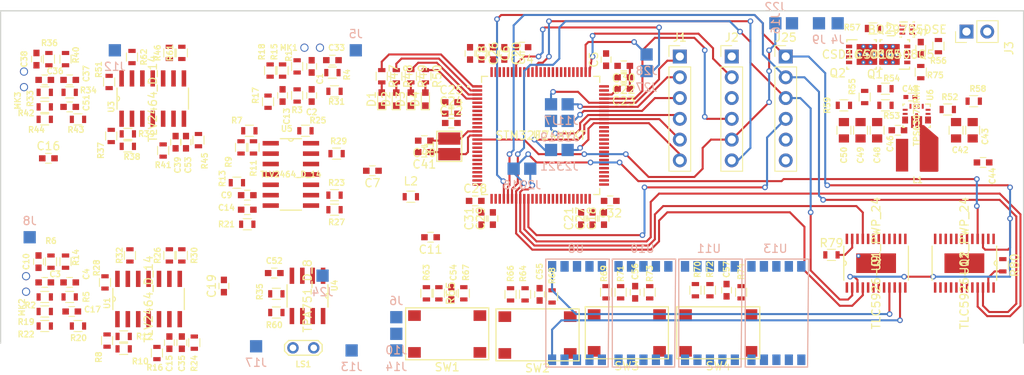
<source format=kicad_pcb>
(kicad_pcb (version 4) (host pcbnew 4.0.4-stable)
  (layers (0 F.Cu signal) (1 In1.Cu power) (2 In2.Cu power) (31 B.Cu signal) (36 B.SilkS user) (37 F.SilkS user) (38 B.Mask user) (39 F.Mask user) (44 Edge.Cuts user))
  (net 0 "")
  (net 1 GND)
  (net 2 "Net-(C1-Pad2)")
  (net 3 "Net-(C3-Pad2)")
  (net 4 VDD)
  (net 5 VDDA)
  (net 6 "Net-(C9-Pad2)")
  (net 7 "Net-(C10-Pad2)")
  (net 8 /Com_165A)
  (net 9 "Net-(C21-Pad2)")
  (net 10 "Net-(C23-Pad2)")
  (net 11 "Net-(C33-Pad2)")
  (net 12 /OSC_IN)
  (net 13 /OSC_OUT)
  (net 14 "Net-(C42-Pad2)")
  (net 15 "Net-(C45-Pad2)")
  (net 16 "Net-(C46-Pad2)")
  (net 17 "Net-(C47-Pad2)")
  (net 18 "Net-(C52-Pad2)")
  (net 19 "Net-(C54-Pad2)")
  (net 20 "Net-(C54-Pad1)")
  (net 21 "Net-(C55-Pad2)")
  (net 22 "Net-(C55-Pad1)")
  (net 23 "Net-(C56-Pad2)")
  (net 24 "Net-(C56-Pad1)")
  (net 25 "Net-(C57-Pad2)")
  (net 26 "Net-(C57-Pad1)")
  (net 27 "Net-(D1-Pad2)")
  (net 28 "Net-(D2-Pad2)")
  (net 29 "Net-(D3-Pad2)")
  (net 30 "Net-(D4-Pad2)")
  (net 31 /GPIO_1)
  (net 32 /GPIO_2)
  (net 33 /GPIO_3)
  (net 34 /GPIO_4)
  (net 35 /GPIO_5)
  (net 36 /GPIO_6)
  (net 37 /TCK)
  (net 38 /TMS)
  (net 39 /NRST)
  (net 40 /SWO)
  (net 41 /Batt+)
  (net 42 /In11)
  (net 43 /SCK)
  (net 44 /In12)
  (net 45 /MISO)
  (net 46 /In13)
  (net 47 /MOSI)
  (net 48 /DAC_O)
  (net 49 /SS1)
  (net 50 /SS2)
  (net 51 /Pop_Sup)
  (net 52 /SS4)
  (net 53 /BOOT0)
  (net 54 /TDI)
  (net 55 "Net-(L1-Pad1)")
  (net 56 "Net-(L1-Pad2)")
  (net 57 "Net-(LS1-Pad1)")
  (net 58 "Net-(LS1-Pad2)")
  (net 59 "Net-(MK1-Pad2)")
  (net 60 "Net-(MK2-Pad2)")
  (net 61 "Net-(MK3-Pad2)")
  (net 62 "Net-(Q1-Pad4)")
  (net 63 "Net-(Q1-Pad5)")
  (net 64 "Net-(Q2-Pad4)")
  (net 65 "Net-(R35-Pad2)")
  (net 66 /LED_R)
  (net 67 /LED_B)
  (net 68 /LED_Y)
  (net 69 /LED_G)
  (net 70 "Net-(R52-Pad2)")
  (net 71 "Net-(R53-Pad2)")
  (net 72 "Net-(R55-Pad2)")
  (net 73 "Net-(R57-Pad2)")
  (net 74 /UserBtn1)
  (net 75 /UserBtn3)
  (net 76 /UserBtn2)
  (net 77 /UserBtn4)
  (net 78 "Net-(R79-Pad2)")
  (net 79 "Net-(R80-Pad2)")
  (net 80 "Net-(U2-Pad5)")
  (net 81 "Net-(U2-Pad7)")
  (net 82 "Net-(U2-Pad8)")
  (net 83 "Net-(U2-Pad9)")
  (net 84 "Net-(U2-Pad15)")
  (net 85 "Net-(U2-Pad22)")
  (net 86 "Net-(U2-Pad23)")
  (net 87 "Net-(U2-Pad24)")
  (net 88 /SS3)
  (net 89 "Net-(U2-Pad36)")
  (net 90 "Net-(U2-Pad37)")
  (net 91 "Net-(U2-Pad38)")
  (net 92 "Net-(U2-Pad39)")
  (net 93 "Net-(U2-Pad40)")
  (net 94 "Net-(U2-Pad41)")
  (net 95 "Net-(U2-Pad42)")
  (net 96 "Net-(U2-Pad43)")
  (net 97 "Net-(U2-Pad44)")
  (net 98 "Net-(U2-Pad45)")
  (net 99 "Net-(U2-Pad46)")
  (net 100 "Net-(U2-Pad47)")
  (net 101 "Net-(U2-Pad51)")
  (net 102 "Net-(U2-Pad52)")
  (net 103 "Net-(U2-Pad53)")
  (net 104 "Net-(U2-Pad54)")
  (net 105 "Net-(U2-Pad55)")
  (net 106 "Net-(U2-Pad56)")
  (net 107 "Net-(U2-Pad57)")
  (net 108 "Net-(U2-Pad58)")
  (net 109 "Net-(U2-Pad63)")
  (net 110 "Net-(U2-Pad64)")
  (net 111 "Net-(U2-Pad65)")
  (net 112 "Net-(U2-Pad78)")
  (net 113 "Net-(U2-Pad79)")
  (net 114 "Net-(U2-Pad80)")
  (net 115 "Net-(U2-Pad81)")
  (net 116 "Net-(U2-Pad82)")
  (net 117 "Net-(U2-Pad83)")
  (net 118 "Net-(U2-Pad84)")
  (net 119 "Net-(U2-Pad85)")
  (net 120 "Net-(U2-Pad86)")
  (net 121 "Net-(U2-Pad87)")
  (net 122 "Net-(U2-Pad88)")
  (net 123 "Net-(U2-Pad90)")
  (net 124 "Net-(U2-Pad91)")
  (net 125 "Net-(U2-Pad92)")
  (net 126 "Net-(U2-Pad93)")
  (net 127 "Net-(U2-Pad95)")
  (net 128 "Net-(U2-Pad96)")
  (net 129 "Net-(U2-Pad97)")
  (net 130 "Net-(U2-Pad98)")
  (net 131 "Net-(U7-Pad1)")
  (net 132 "Net-(U8-Pad5)")
  (net 133 "Net-(U8-Pad4)")
  (net 134 "Net-(U8-Pad2)")
  (net 135 "Net-(U8-Pad1)")
  (net 136 "Net-(U8-Pad6)")
  (net 137 "Net-(U8-Pad7)")
  (net 138 "Net-(U8-Pad9)")
  (net 139 "Net-(U8-Pad10)")
  (net 140 "Net-(U10-Pad5)")
  (net 141 "Net-(U10-Pad4)")
  (net 142 "Net-(U10-Pad2)")
  (net 143 "Net-(U10-Pad1)")
  (net 144 "Net-(U10-Pad6)")
  (net 145 "Net-(U10-Pad7)")
  (net 146 "Net-(U10-Pad9)")
  (net 147 "Net-(U10-Pad10)")
  (net 148 "Net-(U11-Pad5)")
  (net 149 "Net-(U11-Pad4)")
  (net 150 "Net-(U11-Pad2)")
  (net 151 "Net-(U11-Pad1)")
  (net 152 "Net-(U11-Pad6)")
  (net 153 "Net-(U11-Pad7)")
  (net 154 "Net-(U11-Pad9)")
  (net 155 "Net-(U11-Pad10)")
  (net 156 "Net-(U12-Pad13)")
  (net 157 "Net-(U12-Pad18)")
  (net 158 "Net-(U12-Pad17)")
  (net 159 "Net-(U12-Pad16)")
  (net 160 "Net-(U12-Pad19)")
  (net 161 "Net-(U12-Pad20)")
  (net 162 "Net-(U12-Pad15)")
  (net 163 "Net-(U12-Pad14)")
  (net 164 "Net-(U12-Pad2)")
  (net 165 /Batt-)
  (net 166 "Net-(Q1-Pad1)")
  (net 167 /u1a+)
  (net 168 /u2a+)
  (net 169 /u1b-)
  (net 170 /u1bo)
  (net 171 "Net-(C15-Pad2)")
  (net 172 /u2b-)
  (net 173 /u2bo)
  (net 174 "Net-(C36-Pad2)")
  (net 175 /u3a+)
  (net 176 "Net-(C38-Pad2)")
  (net 177 "Net-(C39-Pad2)")
  (net 178 /u3b-)
  (net 179 /u3bo)
  (net 180 /u1a-)
  (net 181 /u2a-)
  (net 182 /u1ao)
  (net 183 /u2ao)
  (net 184 /u1b+)
  (net 185 /u2b+)
  (net 186 /u1c-)
  (net 187 /u1c+)
  (net 188 /u2c-)
  (net 189 /u1co)
  (net 190 /u2c+)
  (net 191 /u1d-)
  (net 192 /u2co)
  (net 193 /u2d-)
  (net 194 /u3a-)
  (net 195 /u3ao)
  (net 196 /u3b+)
  (net 197 /u3c-)
  (net 198 /u3c+)
  (net 199 /u3co)
  (net 200 /u3d-)
  (net 201 /Com_165B)
  (net 202 /Com_165C)
  (module Capacitors_SMD:C_0603 (layer F.Cu) (at 192.151 106.299 90)
    (fp_text reference C5 (at 0 -1.5 90) (layer F.SilkS))
    (fp_text value 1uF)
    (pad 2 smd rect (at 0.75 0 90) (size 0.8 0.75) (layers F.Cu F.Mask) (net 1 GND))
    (pad 1 smd rect (at -0.75 0 90) (size 0.8 0.75) (layers F.Cu F.Mask) (net 4 VDD))
  )
  (module Capacitors_SMD:C_0603 (layer F.Cu) (at 178.308 105.537 270)
    (fp_text reference C6 (at 0 -1.5 270) (layer F.SilkS))
    (fp_text value 100nF)
    (pad 2 smd rect (at 0.75 0 270) (size 0.8 0.75) (layers F.Cu F.Mask) (net 4 VDD))
    (pad 1 smd rect (at -0.75 0 270) (size 0.8 0.75) (layers F.Cu F.Mask) (net 1 GND))
  )
  (module Capacitors_SMD:C_0603 (layer F.Cu) (at 163.576 119.888 180)
    (fp_text reference C7 (at 0 -1.5 180) (layer F.SilkS))
    (fp_text value 100nF)
    (pad 2 smd rect (at 0.75 0 180) (size 0.8 0.75) (layers F.Cu F.Mask) (net 5 VDDA))
    (pad 1 smd rect (at -0.75 0 180) (size 0.8 0.75) (layers F.Cu F.Mask) (net 1 GND))
  )
  (module Capacitors_SMD:C_0603 (layer F.Cu) (at 175.514 105.537 270)
    (fp_text reference C8 (at 0 -1.5 270) (layer F.SilkS))
    (fp_text value 100nF)
    (pad 2 smd rect (at 0.75 0 270) (size 0.8 0.75) (layers F.Cu F.Mask) (net 4 VDD))
    (pad 1 smd rect (at -0.75 0 270) (size 0.8 0.75) (layers F.Cu F.Mask) (net 1 GND))
  )
  (module Capacitors_SMD:C_0603 (layer F.Cu) (at 170.688 128.016 180)
    (fp_text reference C11 (at 0 -1.5 180) (layer F.SilkS))
    (fp_text value 1uF)
    (pad 2 smd rect (at 0.75 0 180) (size 0.8 0.75) (layers F.Cu F.Mask) (net 5 VDDA))
    (pad 1 smd rect (at -0.75 0 180) (size 0.8 0.75) (layers F.Cu F.Mask) (net 1 GND))
  )
  (module Capacitors_SMD:C_0603 (layer F.Cu) (at 173.228 114.046)
    (fp_text reference C12 (at 0 -1.5) (layer F.SilkS))
    (fp_text value 100nF)
    (pad 2 smd rect (at 0.75 0) (size 0.8 0.75) (layers F.Cu F.Mask) (net 4 VDD))
    (pad 1 smd rect (at -0.75 0) (size 0.8 0.75) (layers F.Cu F.Mask) (net 1 GND))
  )
  (module Capacitors_SMD:C_0603 (layer F.Cu) (at 123.952 118.364)
    (fp_text reference C16 (at 0 -1.5) (layer F.SilkS))
    (fp_text value 10uF)
    (pad 2 smd rect (at 0.75 0) (size 0.8 0.75) (layers F.Cu F.Mask) (net 5 VDDA))
    (pad 1 smd rect (at -0.75 0) (size 0.8 0.75) (layers F.Cu F.Mask) (net 1 GND))
  )
  (module Capacitors_SMD:C_0603 (layer F.Cu) (at 191.897 125.73 90)
    (fp_text reference C18 (at 0 -1.5 90) (layer F.SilkS))
    (fp_text value 100nF)
    (pad 2 smd rect (at 0.75 0 90) (size 0.8 0.75) (layers F.Cu F.Mask) (net 4 VDD))
    (pad 1 smd rect (at -0.75 0 90) (size 0.8 0.75) (layers F.Cu F.Mask) (net 1 GND))
  )
  (module Capacitors_SMD:C_0603 (layer F.Cu) (at 145.415 133.985 90)
    (fp_text reference C19 (at 0 -1.5 90) (layer F.SilkS))
    (fp_text value 10uF)
    (pad 2 smd rect (at 0.75 0 90) (size 0.8 0.75) (layers F.Cu F.Mask) (net 5 VDDA))
    (pad 1 smd rect (at -0.75 0 90) (size 0.8 0.75) (layers F.Cu F.Mask) (net 1 GND))
  )
  (module Capacitors_SMD:C_0603 (layer F.Cu) (at 179.705 105.537 270)
    (fp_text reference C20 (at 0 -1.5 270) (layer F.SilkS))
    (fp_text value 100nF)
    (pad 2 smd rect (at 0.75 0 270) (size 0.8 0.75) (layers F.Cu F.Mask) (net 4 VDD))
    (pad 1 smd rect (at -0.75 0 270) (size 0.8 0.75) (layers F.Cu F.Mask) (net 1 GND))
  )
  (module Capacitors_SMD:C_0603 (layer F.Cu) (at 189.103 125.73 90)
    (fp_text reference C21 (at 0 -1.5 90) (layer F.SilkS))
    (fp_text value 2.2uF)
    (pad 2 smd rect (at 0.75 0 90) (size 0.8 0.75) (layers F.Cu F.Mask) (net 9 "Net-(C21-Pad2)"))
    (pad 1 smd rect (at -0.75 0 90) (size 0.8 0.75) (layers F.Cu F.Mask) (net 1 GND))
  )
  (module Capacitors_SMD:C_0603 (layer F.Cu) (at 194.31 108.458 180)
    (fp_text reference C22 (at 0 -1.5 180) (layer F.SilkS))
    (fp_text value 100nF)
    (pad 2 smd rect (at 0.75 0 180) (size 0.8 0.75) (layers F.Cu F.Mask) (net 4 VDD))
    (pad 1 smd rect (at -0.75 0 180) (size 0.8 0.75) (layers F.Cu F.Mask) (net 1 GND))
  )
  (module Capacitors_SMD:C_0603 (layer F.Cu) (at 194.31 109.855 180)
    (fp_text reference C23 (at 0 -1.5 180) (layer F.SilkS))
    (fp_text value 2.2uF)
    (pad 2 smd rect (at 0.75 0 180) (size 0.8 0.75) (layers F.Cu F.Mask) (net 10 "Net-(C23-Pad2)"))
    (pad 1 smd rect (at -0.75 0 180) (size 0.8 0.75) (layers F.Cu F.Mask) (net 1 GND))
  )
  (module Capacitors_SMD:C_0603 (layer F.Cu) (at 173.228 112.903)
    (fp_text reference C24 (at 0 -1.5) (layer F.SilkS))
    (fp_text value 100nF)
    (pad 2 smd rect (at 0.75 0) (size 0.8 0.75) (layers F.Cu F.Mask) (net 4 VDD))
    (pad 1 smd rect (at -0.75 0) (size 0.8 0.75) (layers F.Cu F.Mask) (net 1 GND))
  )
  (module Capacitors_SMD:C_0603 (layer F.Cu) (at 173.228 111.506)
    (fp_text reference C25 (at 0 -1.5) (layer F.SilkS))
    (fp_text value 100nF)
    (pad 2 smd rect (at 0.75 0) (size 0.8 0.75) (layers F.Cu F.Mask) (net 4 VDD))
    (pad 1 smd rect (at -0.75 0) (size 0.8 0.75) (layers F.Cu F.Mask) (net 1 GND))
  )
  (module Capacitors_SMD:C_0603 (layer F.Cu) (at 176.911 105.537 270)
    (fp_text reference C26 (at 0 -1.5 270) (layer F.SilkS))
    (fp_text value 100nF)
    (pad 2 smd rect (at 0.75 0 270) (size 0.8 0.75) (layers F.Cu F.Mask) (net 4 VDD))
    (pad 1 smd rect (at -0.75 0 270) (size 0.8 0.75) (layers F.Cu F.Mask) (net 1 GND))
  )
  (module Capacitors_SMD:C_0603 (layer F.Cu) (at 190.5 125.73 90)
    (fp_text reference C27 (at 0 -1.5 90) (layer F.SilkS))
    (fp_text value 100nF)
    (pad 2 smd rect (at 0.75 0 90) (size 0.8 0.75) (layers F.Cu F.Mask) (net 4 VDD))
    (pad 1 smd rect (at -0.75 0 90) (size 0.8 0.75) (layers F.Cu F.Mask) (net 1 GND))
  )
  (module Capacitors_SMD:C_0603 (layer F.Cu) (at 176.149 123.571)
    (fp_text reference C28 (at 0 -1.5) (layer F.SilkS))
    (fp_text value 100nF)
    (pad 2 smd rect (at 0.75 0) (size 0.8 0.75) (layers F.Cu F.Mask) (net 4 VDD))
    (pad 1 smd rect (at -0.75 0) (size 0.8 0.75) (layers F.Cu F.Mask) (net 1 GND))
  )
  (module Capacitors_SMD:C_0603 (layer F.Cu) (at 178.308 125.73 90)
    (fp_text reference C29 (at 0 -1.5 90) (layer F.SilkS))
    (fp_text value 100nF)
    (pad 2 smd rect (at 0.75 0 90) (size 0.8 0.75) (layers F.Cu F.Mask) (net 4 VDD))
    (pad 1 smd rect (at -0.75 0 90) (size 0.8 0.75) (layers F.Cu F.Mask) (net 1 GND))
  )
  (module Capacitors_SMD:C_0603 (layer F.Cu) (at 194.31 107.061 180)
    (fp_text reference C30 (at 0 -1.5 180) (layer F.SilkS))
    (fp_text value 100nF)
    (pad 2 smd rect (at 0.75 0 180) (size 0.8 0.75) (layers F.Cu F.Mask) (net 4 VDD))
    (pad 1 smd rect (at -0.75 0 180) (size 0.8 0.75) (layers F.Cu F.Mask) (net 1 GND))
  )
  (module Capacitors_SMD:C_0603 (layer F.Cu) (at 176.911 125.73 90)
    (fp_text reference C31 (at 0 -1.5 90) (layer F.SilkS))
    (fp_text value 100nF)
    (pad 2 smd rect (at 0.75 0 90) (size 0.8 0.75) (layers F.Cu F.Mask) (net 4 VDD))
    (pad 1 smd rect (at -0.75 0 90) (size 0.8 0.75) (layers F.Cu F.Mask) (net 1 GND))
  )
  (module Capacitors_SMD:C_0603 (layer F.Cu) (at 192.659 123.571 180)
    (fp_text reference C32 (at 0 -1.5 180) (layer F.SilkS))
    (fp_text value 100nF)
    (pad 2 smd rect (at 0.75 0 180) (size 0.8 0.75) (layers F.Cu F.Mask) (net 4 VDD))
    (pad 1 smd rect (at -0.75 0 180) (size 0.8 0.75) (layers F.Cu F.Mask) (net 1 GND))
  )
  (module Capacitors_SMD:C_0603 (layer F.Cu) (at 181.864 104.775 180)
    (fp_text reference C34 (at 0 -1.5 180) (layer F.SilkS))
    (fp_text value 4.7uF)
    (pad 2 smd rect (at 0.75 0 180) (size 0.8 0.75) (layers F.Cu F.Mask) (net 4 VDD))
    (pad 1 smd rect (at -0.75 0 180) (size 0.8 0.75) (layers F.Cu F.Mask) (net 1 GND))
  )
  (module Capacitors_SMD:C_0603 (layer F.Cu) (at 123.5075 108.7755)
    (fp_text reference C36 (at 1.27 -1.0795) (layer F.SilkS) (effects (font (size 0.7 0.7))))
    (fp_text value 33pF)
    (pad 2 smd rect (at 0.75 0) (size 0.8 0.75) (layers F.Cu F.Mask) (net 174 "Net-(C36-Pad2)"))
    (pad 1 smd rect (at -0.75 0) (size 0.8 0.75) (layers F.Cu F.Mask) (net 1 GND))
  )
  (module Capacitors_SMD:C_0603 (layer F.Cu) (at 169.926 116.205 180)
    (fp_text reference C40 (at 0 -1.5 180) (layer F.SilkS))
    (fp_text value 4.3pF)
    (pad 2 smd rect (at 0.75 0 180) (size 0.8 0.75) (layers F.Cu F.Mask) (net 1 GND))
    (pad 1 smd rect (at -0.75 0 180) (size 0.8 0.75) (layers F.Cu F.Mask) (net 12 /OSC_IN))
  )
  (module Capacitors_SMD:C_0603 (layer F.Cu) (at 169.926 117.602 180)
    (fp_text reference C41 (at 0 -1.5 180) (layer F.SilkS))
    (fp_text value 4.3pF)
    (pad 2 smd rect (at 0.75 0 180) (size 0.8 0.75) (layers F.Cu F.Mask) (net 1 GND))
    (pad 1 smd rect (at -0.75 0 180) (size 0.8 0.75) (layers F.Cu F.Mask) (net 13 /OSC_OUT))
  )
  (module Capacitors_SMD:C_0805 (layer F.Cu) (at 234.95 114.935 90)
    (fp_text reference C42 (at -2.413 0.508 180) (layer F.SilkS) (effects (font (size 0.7 0.7))))
    (fp_text value 10uF)
    (pad 1 smd rect (at -1 0 90) (size 1 1.25) (layers F.Cu F.Mask) (net 1 GND))
    (pad 2 smd rect (at 1 0 90) (size 1 1.25) (layers F.Cu F.Mask) (net 14 "Net-(C42-Pad2)"))
  )
  (module Capacitors_SMD:C_0805 (layer F.Cu) (at 236.982 114.935 90)
    (fp_text reference C43 (at -0.762 1.524 90) (layer F.SilkS) (effects (font (size 0.7 0.7))))
    (fp_text value 10uF)
    (pad 1 smd rect (at -1 0 90) (size 1 1.25) (layers F.Cu F.Mask) (net 1 GND))
    (pad 2 smd rect (at 1 0 90) (size 1 1.25) (layers F.Cu F.Mask) (net 14 "Net-(C42-Pad2)"))
  )
  (module Capacitors_SMD:C_0603 (layer F.Cu) (at 238.252 118.872 180)
    (fp_text reference C44 (at -1.143 -1.651 270) (layer F.SilkS) (effects (font (size 0.7 0.7))))
    (fp_text value 10uF)
    (pad 2 smd rect (at 0.75 0 180) (size 0.8 0.75) (layers F.Cu F.Mask) (net 14 "Net-(C42-Pad2)"))
    (pad 1 smd rect (at -0.75 0 180) (size 0.8 0.75) (layers F.Cu F.Mask) (net 1 GND))
  )
  (module Capacitors_SMD:C_0402 (layer F.Cu) (at 229.362 110.871)
    (fp_text reference C45 (at 0 -1.016) (layer F.SilkS) (effects (font (size 0.7 0.7))))
    (fp_text value 100nF)
    (pad 1 smd rect (at -0.55 0) (size 0.6 0.5) (layers F.Cu F.Mask) (net 1 GND))
    (pad 2 smd rect (at 0.55 0) (size 0.6 0.5) (layers F.Cu F.Mask) (net 15 "Net-(C45-Pad2)"))
  )
  (module Capacitors_SMD:C_0603 (layer F.Cu) (at 227.838 114.935)
    (fp_text reference C46 (at -0.9525 1.651 90) (layer F.SilkS) (effects (font (size 0.7 0.7))))
    (fp_text value 10uF)
    (pad 2 smd rect (at 0.75 0) (size 0.8 0.75) (layers F.Cu F.Mask) (net 16 "Net-(C46-Pad2)"))
    (pad 1 smd rect (at -0.75 0) (size 0.8 0.75) (layers F.Cu F.Mask) (net 1 GND))
  )
  (module Capacitors_SMD:C_0603 (layer F.Cu) (at 230.632 104.902 90)
    (fp_text reference C47 (at 1.905 -0.127 180) (layer F.SilkS) (effects (font (size 0.7 0.7))))
    (fp_text value 100nF)
    (pad 2 smd rect (at 0.75 0 90) (size 0.8 0.75) (layers F.Cu F.Mask) (net 17 "Net-(C47-Pad2)"))
    (pad 1 smd rect (at -0.75 0 90) (size 0.8 0.75) (layers F.Cu F.Mask) (net 165 /Batt-))
  )
  (module Capacitors_SMD:C_0805 (layer F.Cu) (at 225.298 114.935 90)
    (fp_text reference C48 (at -3.048 0 270) (layer F.SilkS) (effects (font (size 0.7 0.7))))
    (fp_text value 22uF)
    (pad 1 smd rect (at -1 0 90) (size 1 1.25) (layers F.Cu F.Mask) (net 1 GND))
    (pad 2 smd rect (at 1 0 90) (size 1 1.25) (layers F.Cu F.Mask) (net 16 "Net-(C46-Pad2)"))
  )
  (module Capacitors_SMD:C_0805 (layer F.Cu) (at 223.266 114.935 90)
    (fp_text reference C49 (at -3.048 0 270) (layer F.SilkS) (effects (font (size 0.7 0.7))))
    (fp_text value 22uF)
    (pad 1 smd rect (at -1 0 90) (size 1 1.25) (layers F.Cu F.Mask) (net 1 GND))
    (pad 2 smd rect (at 1 0 90) (size 1 1.25) (layers F.Cu F.Mask) (net 16 "Net-(C46-Pad2)"))
  )
  (module Capacitors_SMD:C_0805 (layer F.Cu) (at 221.234 114.935 90)
    (fp_text reference C50 (at -3.048 0 90) (layer F.SilkS) (effects (font (size 0.7 0.7))))
    (fp_text value 22uF)
    (pad 1 smd rect (at -1 0 90) (size 1 1.25) (layers F.Cu F.Mask) (net 1 GND))
    (pad 2 smd rect (at 1 0 90) (size 1 1.25) (layers F.Cu F.Mask) (net 16 "Net-(C46-Pad2)"))
  )
  (module Capacitors_SMD:C_0603 (layer F.Cu) (at 151.5745 132.3975)
    (fp_text reference C52 (at 0 -1.5) (layer F.SilkS) (effects (font (size 0.7 0.7))))
    (fp_text value 1uF)
    (pad 2 smd rect (at 0.75 0) (size 0.8 0.75) (layers F.Cu F.Mask) (net 18 "Net-(C52-Pad2)"))
    (pad 1 smd rect (at -0.75 0) (size 0.8 0.75) (layers F.Cu F.Mask) (net 1 GND))
  )
  (module Capacitors_SMD:C_0603 (layer F.Cu) (at 140.7795 116.3955 270)
    (fp_text reference C53 (at 2.794 -0.254 270) (layer F.SilkS) (effects (font (size 0.7 0.7))))
    (fp_text value "820 pF")
    (pad 2 smd rect (at 0.75 0 270) (size 0.8 0.75) (layers F.Cu F.Mask) (net 178 /u3b-))
    (pad 1 smd rect (at -0.75 0 270) (size 0.8 0.75) (layers F.Cu F.Mask) (net 179 /u3bo))
  )
  (module Capacitors_SMD:C_0603 (layer F.Cu) (at 173.228 134.874 270)
    (fp_text reference C54 (at -2.54 -0.254 270) (layer F.SilkS) (effects (font (size 0.7 0.7))))
    (fp_text value 10uF)
    (pad 2 smd rect (at 0.75 0 270) (size 0.8 0.75) (layers F.Cu F.Mask) (net 19 "Net-(C54-Pad2)"))
    (pad 1 smd rect (at -0.75 0 270) (size 0.8 0.75) (layers F.Cu F.Mask) (net 20 "Net-(C54-Pad1)"))
  )
  (module Capacitors_SMD:C_0603 (layer F.Cu) (at 184.023 135.001 270)
    (fp_text reference C55 (at -2.794 0 270) (layer F.SilkS) (effects (font (size 0.7 0.7))))
    (fp_text value 10uF)
    (pad 2 smd rect (at 0.75 0 270) (size 0.8 0.75) (layers F.Cu F.Mask) (net 21 "Net-(C55-Pad2)"))
    (pad 1 smd rect (at -0.75 0 270) (size 0.8 0.75) (layers F.Cu F.Mask) (net 22 "Net-(C55-Pad1)"))
  )
  (module Capacitors_SMD:C_0603 (layer F.Cu) (at 195.707 134.747 270)
    (fp_text reference C56 (at -2.54 0 270) (layer F.SilkS) (effects (font (size 0.7 0.7))))
    (fp_text value 10uF)
    (pad 2 smd rect (at 0.75 0 270) (size 0.8 0.75) (layers F.Cu F.Mask) (net 23 "Net-(C56-Pad2)"))
    (pad 1 smd rect (at -0.75 0 270) (size 0.8 0.75) (layers F.Cu F.Mask) (net 24 "Net-(C56-Pad1)"))
  )
  (module Capacitors_SMD:C_0603 (layer F.Cu) (at 206.883 134.493 270)
    (fp_text reference C57 (at -2.54 0 270) (layer F.SilkS) (effects (font (size 0.7 0.7))))
    (fp_text value 10uF)
    (pad 2 smd rect (at 0.75 0 270) (size 0.8 0.75) (layers F.Cu F.Mask) (net 25 "Net-(C57-Pad2)"))
    (pad 1 smd rect (at -0.75 0 270) (size 0.8 0.75) (layers F.Cu F.Mask) (net 26 "Net-(C57-Pad1)"))
  )
  (module LEDs:LED_0603 (layer F.Cu) (at 164.719 111.125 90)
    (fp_text reference D1 (at 0 -1.25 90) (layer F.SilkS))
    (fp_text value LED)
    (pad 2 smd rect (at 0.8 0 270) (size 0.8 0.8) (layers F.Cu F.Mask) (net 27 "Net-(D1-Pad2)"))
    (pad 1 smd rect (at -0.8 0 270) (size 0.8 0.8) (layers F.Cu F.Mask) (net 1 GND))
  )
  (module LEDs:LED_0603 (layer F.Cu) (at 166.497 111.125 90)
    (fp_text reference D2 (at 0 -1.25 90) (layer F.SilkS))
    (fp_text value LED)
    (pad 2 smd rect (at 0.8 0 270) (size 0.8 0.8) (layers F.Cu F.Mask) (net 28 "Net-(D2-Pad2)"))
    (pad 1 smd rect (at -0.8 0 270) (size 0.8 0.8) (layers F.Cu F.Mask) (net 1 GND))
  )
  (module LEDs:LED_0603 (layer F.Cu) (at 168.275 111.125 90)
    (fp_text reference D3 (at 0 -1.25 90) (layer F.SilkS))
    (fp_text value LED)
    (pad 2 smd rect (at 0.8 0 270) (size 0.8 0.8) (layers F.Cu F.Mask) (net 29 "Net-(D3-Pad2)"))
    (pad 1 smd rect (at -0.8 0 270) (size 0.8 0.8) (layers F.Cu F.Mask) (net 1 GND))
  )
  (module LEDs:LED_0603 (layer F.Cu) (at 170.053 111.125 90)
    (fp_text reference D4 (at 0 -1.25 90) (layer F.SilkS))
    (fp_text value LED)
    (pad 2 smd rect (at 0.8 0 270) (size 0.8 0.8) (layers F.Cu F.Mask) (net 30 "Net-(D4-Pad2)"))
    (pad 1 smd rect (at -0.8 0 270) (size 0.8 0.8) (layers F.Cu F.Mask) (net 1 GND))
  )
  (module Pin_Headers:Pin_Header_Straight_1x06_Pitch2.54mm (layer F.Cu) (at 207.518 105.918)
    (fp_text reference J2 (at 0 -2.33) (layer F.SilkS))
    (fp_text value Conn_01x06)
    (pad 1 thru_hole rect (at 0 0) (size 1.7 1.7) (drill 1) (layers *.Cu *.Mask) (net 4 VDD))
    (pad 2 thru_hole oval (at 0 2.54) (size 1.7 1.7) (drill 1) (layers *.Cu *.Mask) (net 37 /TCK))
    (pad 3 thru_hole oval (at 0 5.08) (size 1.7 1.7) (drill 1) (layers *.Cu *.Mask) (net 1 GND))
    (pad 4 thru_hole oval (at 0 7.62) (size 1.7 1.7) (drill 1) (layers *.Cu *.Mask) (net 38 /TMS))
    (pad 5 thru_hole oval (at 0 10.16) (size 1.7 1.7) (drill 1) (layers *.Cu *.Mask) (net 39 /NRST))
    (pad 6 thru_hole oval (at 0 12.7) (size 1.7 1.7) (drill 1) (layers *.Cu *.Mask) (net 40 /SWO))
  )
  (module Pin_Headers:Pin_Header_Straight_1x02_Pitch2.54mm (layer F.Cu) (at 236.22 102.87 90)
    (fp_text reference J3 (at -2.032 5.207 90) (layer F.SilkS))
    (fp_text value Conn_01x02)
    (pad 1 thru_hole rect (at 0 0 90) (size 1.7 1.7) (drill 1) (layers *.Cu *.Mask) (net 41 /Batt+))
    (pad 2 thru_hole oval (at 0 2.54 90) (size 1.7 1.7) (drill 1) (layers *.Cu *.Mask) (net 165 /Batt-))
  )
  (module Measurement_Points:Measurement_Point_Square-SMD-Pad_Small (layer B.Cu) (at 220.472 101.854)
    (fp_text reference J4 (at 0 2) (layer B.SilkS) (effects (justify mirror)))
    (fp_text value TEST_1P)
    (pad 1 smd rect (at 0 0) (size 1.5 1.5) (layers B.Cu B.Mask) (net 41 /Batt+))
  )
  (module Measurement_Points:Measurement_Point_Square-SMD-Pad_Small (layer B.Cu) (at 161.544 105.156 180)
    (fp_text reference J5 (at 0 2 180) (layer B.SilkS) (effects (justify mirror)))
    (fp_text value TEST_1P)
    (pad 1 smd rect (at 0 0 180) (size 1.5 1.5) (layers B.Cu B.Mask) (net 42 /In11))
  )
  (module Measurement_Points:Measurement_Point_Square-SMD-Pad_Small (layer B.Cu) (at 166.497 137.795 180)
    (fp_text reference J6 (at 0 2 180) (layer B.SilkS) (effects (justify mirror)))
    (fp_text value TEST_1P)
    (pad 1 smd rect (at 0 0 180) (size 1.5 1.5) (layers B.Cu B.Mask) (net 43 /SCK))
  )
  (module Measurement_Points:Measurement_Point_Square-SMD-Pad_Small (layer B.Cu) (at 185.42 111.76)
    (fp_text reference J7 (at 0 2) (layer B.SilkS) (effects (justify mirror)))
    (fp_text value TEST_1P)
    (pad 1 smd rect (at 0 0) (size 1.5 1.5) (layers B.Cu B.Mask) (net 31 /GPIO_1))
  )
  (module Measurement_Points:Measurement_Point_Square-SMD-Pad_Small (layer B.Cu) (at 121.666 128.016 180)
    (fp_text reference J8 (at 0 2 180) (layer B.SilkS) (effects (justify mirror)))
    (fp_text value TEST_1P)
    (pad 1 smd rect (at 0 0 180) (size 1.5 1.5) (layers B.Cu B.Mask) (net 44 /In12))
  )
  (module Measurement_Points:Measurement_Point_Square-SMD-Pad_Small (layer B.Cu) (at 218.186 101.854)
    (fp_text reference J9 (at 0 2) (layer B.SilkS) (effects (justify mirror)))
    (fp_text value TEST_1P)
    (pad 1 smd rect (at 0 0) (size 1.5 1.5) (layers B.Cu B.Mask) (net 4 VDD))
  )
  (module Measurement_Points:Measurement_Point_Square-SMD-Pad_Small (layer B.Cu) (at 166.497 139.827)
    (fp_text reference J10 (at 0 2) (layer B.SilkS) (effects (justify mirror)))
    (fp_text value TEST_1P)
    (pad 1 smd rect (at 0 0) (size 1.5 1.5) (layers B.Cu B.Mask) (net 45 /MISO))
  )
  (module Measurement_Points:Measurement_Point_Square-SMD-Pad_Small (layer B.Cu) (at 187.452 111.76)
    (fp_text reference J11 (at 0 2) (layer B.SilkS) (effects (justify mirror)))
    (fp_text value TEST_1P)
    (pad 1 smd rect (at 0 0) (size 1.5 1.5) (layers B.Cu B.Mask) (net 32 /GPIO_2))
  )
  (module Measurement_Points:Measurement_Point_Square-SMD-Pad_Small (layer B.Cu) (at 132.08 105.156)
    (fp_text reference J12 (at 0 2) (layer B.SilkS) (effects (justify mirror)))
    (fp_text value TEST_1P)
    (pad 1 smd rect (at 0 0) (size 1.5 1.5) (layers B.Cu B.Mask) (net 46 /In13))
  )
  (module Measurement_Points:Measurement_Point_Square-SMD-Pad_Small (layer B.Cu) (at 161.036 141.859)
    (fp_text reference J13 (at 0 2) (layer B.SilkS) (effects (justify mirror)))
    (fp_text value TEST_1P)
    (pad 1 smd rect (at 0 0) (size 1.5 1.5) (layers B.Cu B.Mask) (net 5 VDDA))
  )
  (module Measurement_Points:Measurement_Point_Square-SMD-Pad_Small (layer B.Cu) (at 166.497 141.859)
    (fp_text reference J14 (at 0 2) (layer B.SilkS) (effects (justify mirror)))
    (fp_text value TEST_1P)
    (pad 1 smd rect (at 0 0) (size 1.5 1.5) (layers B.Cu B.Mask) (net 47 /MOSI))
  )
  (module Measurement_Points:Measurement_Point_Square-SMD-Pad_Small (layer B.Cu) (at 187.452 113.792)
    (fp_text reference J15 (at 0 2) (layer B.SilkS) (effects (justify mirror)))
    (fp_text value TEST_1P)
    (pad 1 smd rect (at 0 0) (size 1.5 1.5) (layers B.Cu B.Mask) (net 33 /GPIO_3))
  )
  (module Measurement_Points:Measurement_Point_Square-SMD-Pad_Small (layer B.Cu) (at 214.884 101.854 270)
    (fp_text reference J16 (at 0 2 270) (layer B.SilkS) (effects (justify mirror)))
    (fp_text value TEST_1P)
    (pad 1 smd rect (at 0 0 270) (size 1.5 1.5) (layers B.Cu B.Mask) (net 1 GND))
  )
  (module Measurement_Points:Measurement_Point_Square-SMD-Pad_Small (layer B.Cu) (at 149.352 141.351)
    (fp_text reference J17 (at 0 2) (layer B.SilkS) (effects (justify mirror)))
    (fp_text value TEST_1P)
    (pad 1 smd rect (at 0 0) (size 1.5 1.5) (layers B.Cu B.Mask) (net 48 /DAC_O))
  )
  (module Measurement_Points:Measurement_Point_Square-SMD-Pad_Small (layer B.Cu) (at 180.848 119.634)
    (fp_text reference J18 (at 0 2) (layer B.SilkS) (effects (justify mirror)))
    (fp_text value TEST_1P)
    (pad 1 smd rect (at 0 0) (size 1.5 1.5) (layers B.Cu B.Mask) (net 49 /SS1))
  )
  (module Measurement_Points:Measurement_Point_Square-SMD-Pad_Small (layer B.Cu) (at 185.42 113.792)
    (fp_text reference J19 (at 0 2) (layer B.SilkS) (effects (justify mirror)))
    (fp_text value TEST_1P)
    (pad 1 smd rect (at 0 0) (size 1.5 1.5) (layers B.Cu B.Mask) (net 34 /GPIO_4))
  )
  (module Measurement_Points:Measurement_Point_Square-SMD-Pad_Small (layer B.Cu) (at 182.88 119.634)
    (fp_text reference J20 (at 0 2) (layer B.SilkS) (effects (justify mirror)))
    (fp_text value TEST_1P)
    (pad 1 smd rect (at 0 0) (size 1.5 1.5) (layers B.Cu B.Mask) (net 50 /SS2))
  )
  (module Measurement_Points:Measurement_Point_Square-SMD-Pad_Small (layer B.Cu) (at 185.42 117.348)
    (fp_text reference J21 (at 0 2) (layer B.SilkS) (effects (justify mirror)))
    (fp_text value TEST_1P)
    (pad 1 smd rect (at 0 0) (size 1.5 1.5) (layers B.Cu B.Mask) (net 35 /GPIO_5))
  )
  (module Measurement_Points:Measurement_Point_Square-SMD-Pad_Small (layer B.Cu) (at 212.852 101.854 180)
    (fp_text reference J22 (at 0 2 180) (layer B.SilkS) (effects (justify mirror)))
    (fp_text value TEST_1P)
    (pad 1 smd rect (at 0 0 180) (size 1.5 1.5) (layers B.Cu B.Mask) (net 39 /NRST))
  )
  (module Measurement_Points:Measurement_Point_Square-SMD-Pad_Small (layer B.Cu) (at 187.452 117.348)
    (fp_text reference J23 (at 0 2) (layer B.SilkS) (effects (justify mirror)))
    (fp_text value TEST_1P)
    (pad 1 smd rect (at 0 0) (size 1.5 1.5) (layers B.Cu B.Mask) (net 36 /GPIO_6))
  )
  (module Measurement_Points:Measurement_Point_Square-SMD-Pad_Small (layer B.Cu) (at 157.48 132.715)
    (fp_text reference J24 (at 0 2) (layer B.SilkS) (effects (justify mirror)))
    (fp_text value TEST_1P)
    (pad 1 smd rect (at 0 0) (size 1.5 1.5) (layers B.Cu B.Mask) (net 51 /Pop_Sup))
  )
  (module Pin_Headers:Pin_Header_Straight_1x06_Pitch2.54mm (layer F.Cu) (at 214.122 105.918)
    (fp_text reference J25 (at 0 -2.33) (layer F.SilkS))
    (fp_text value Conn_01x06)
    (pad 1 thru_hole rect (at 0 0) (size 1.7 1.7) (drill 1) (layers *.Cu *.Mask) (net 43 /SCK))
    (pad 2 thru_hole oval (at 0 2.54) (size 1.7 1.7) (drill 1) (layers *.Cu *.Mask) (net 45 /MISO))
    (pad 3 thru_hole oval (at 0 5.08) (size 1.7 1.7) (drill 1) (layers *.Cu *.Mask) (net 47 /MOSI))
    (pad 4 thru_hole oval (at 0 7.62) (size 1.7 1.7) (drill 1) (layers *.Cu *.Mask) (net 52 /SS4))
    (pad 5 thru_hole oval (at 0 10.16) (size 1.7 1.7) (drill 1) (layers *.Cu *.Mask) (net 4 VDD))
    (pad 6 thru_hole oval (at 0 12.7) (size 1.7 1.7) (drill 1) (layers *.Cu *.Mask) (net 1 GND))
  )
  (module Measurement_Points:Measurement_Point_Square-SMD-Pad_Small (layer B.Cu) (at 197.104 107.696)
    (fp_text reference J27 (at 0 2) (layer B.SilkS) (effects (justify mirror)))
    (fp_text value TEST_1P)
    (pad 1 smd rect (at 0 0) (size 1.5 1.5) (layers B.Cu B.Mask) (net 53 /BOOT0))
  )
  (module Measurement_Points:Measurement_Point_Square-SMD-Pad_Small (layer B.Cu) (at 197.104 105.664)
    (fp_text reference J28 (at 0 2) (layer B.SilkS) (effects (justify mirror)))
    (fp_text value TEST_1P)
    (pad 1 smd rect (at 0 0) (size 1.5 1.5) (layers B.Cu B.Mask) (net 54 /TDI))
  )
  (module custom:L_cust01 (layer F.Cu) (at 229.87 117.983)
    (fp_text reference L1 (at 0.381 3.048) (layer F.SilkS) (effects (font (size 0.7 0.7))))
    (fp_text value 1.5uH)
    (pad 1 smd rect (at -1.524 0) (size 1.5 4) (layers F.Cu F.Mask) (net 55 "Net-(L1-Pad1)"))
    (pad 2 smd rect (at 2.032 0) (size 1.5 4) (layers F.Cu F.Mask) (net 56 "Net-(L1-Pad2)"))
  )
  (module Inductors_SMD:L_0603 (layer F.Cu) (at 168.275 123.063)
    (fp_text reference L2 (at 0 -1.9) (layer F.SilkS))
    (fp_text value Ferrite_Bead)
    (pad 1 smd rect (at -0.75 0) (size 0.5 0.9) (layers F.Cu F.Mask) (net 5 VDDA))
    (pad 2 smd rect (at 0.75 0) (size 0.5 0.9) (layers F.Cu F.Mask) (net 4 VDD))
  )
  (module Measurement_Points:Test_Point_2Pads (layer F.Cu) (at 156.4005 141.5415 180)
    (fp_text reference LS1 (at 1.27 -2 180) (layer F.SilkS) (effects (font (size 0.7 0.7))))
    (fp_text value Speaker)
    (pad 1 thru_hole circle (at 0 0 180) (size 1.4 1.4) (drill 0.8128) (layers *.Cu *.Mask) (net 57 "Net-(LS1-Pad1)"))
    (pad 2 thru_hole circle (at 2.54 0 180) (size 1.4 1.4) (drill 0.8128) (layers *.Cu *.Mask) (net 58 "Net-(LS1-Pad2)"))
  )
  (module custom:CMC2242PBL (layer F.Cu) (at 157.1625 104.8385 180)
    (fp_text reference MK1 (at 3.81 0 180) (layer F.SilkS) (effects (font (size 0.7 0.7))))
    (fp_text value Microphone)
    (pad 1 thru_hole circle (at 0 0 180) (size 1 1) (drill 0.762) (layers *.Cu *.Mask) (net 1 GND))
    (pad 2 thru_hole circle (at 1.9 0 180) (size 1 1) (drill 0.762) (layers *.Cu *.Mask) (net 59 "Net-(MK1-Pad2)"))
  )
  (module custom:CMC2242PBL (layer F.Cu) (at 121.2215 132.7785 270)
    (fp_text reference MK2 (at 3.81 0.508 270) (layer F.SilkS) (effects (font (size 0.7 0.7))))
    (fp_text value Microphone)
    (pad 1 thru_hole circle (at 0 0 270) (size 1 1) (drill 0.762) (layers *.Cu *.Mask) (net 1 GND))
    (pad 2 thru_hole circle (at 1.9 0 270) (size 1 1) (drill 0.762) (layers *.Cu *.Mask) (net 60 "Net-(MK2-Pad2)"))
  )
  (module custom:CMC2242PBL (layer F.Cu) (at 120.9675 107.7595 270)
    (fp_text reference MK3 (at 3.556 0.762 270) (layer F.SilkS) (effects (font (size 0.7 0.7))))
    (fp_text value Microphone)
    (pad 1 thru_hole circle (at 0 0 270) (size 1 1) (drill 0.762) (layers *.Cu *.Mask) (net 1 GND))
    (pad 2 thru_hole circle (at 1.9 0 270) (size 1 1) (drill 0.762) (layers *.Cu *.Mask) (net 61 "Net-(MK3-Pad2)"))
  )
  (module custom:CSD16406Q3 (layer F.Cu) (at 227.457 105.664 180)
    (fp_text reference Q1 (at 2.413 -2.413 180) (layer F.SilkS))
    (fp_text value CSD16408Q5 (at 0 0 180) (layer F.SilkS))
    (pad 1 smd rect (at -1.525001 -0.975002 270) (size 0.439999 0.750001) (layers F.Cu F.Mask) (net 166 "Net-(Q1-Pad1)"))
    (pad 2 smd rect (at -1.525001 -0.325001 270) (size 0.439999 0.750001) (layers F.Cu F.Mask) (net 166 "Net-(Q1-Pad1)"))
    (pad 3 smd rect (at -1.525001 0.324998 270) (size 0.439999 0.750001) (layers F.Cu F.Mask) (net 166 "Net-(Q1-Pad1)"))
    (pad 4 smd rect (at -1.525001 0.974999 270) (size 0.439999 0.750001) (layers F.Cu F.Mask) (net 62 "Net-(Q1-Pad4)"))
    (pad 5 smd rect (at 1.525001 0.974999 270) (size 0.439999 0.750001) (layers F.Cu F.Mask) (net 63 "Net-(Q1-Pad5)"))
    (pad 6 smd rect (at 1.525001 0.325001 270) (size 0.439999 0.750001) (layers F.Cu F.Mask))
    (pad 7 smd rect (at 1.525001 -0.325001 270) (size 0.439999 0.750001) (layers F.Cu F.Mask))
    (pad 8 smd rect (at 1.525001 -0.974999 270) (size 0.439999 0.750001) (layers F.Cu F.Mask))
    (pad 9 smd rect (at 0.650001 0 180) (size 2.5 2.55) (layers F.Cu F.Mask))
    (pad V thru_hole circle (at 0.225999 -0.974999 180) (size 0.499999 0.499999) (drill 0.2032) (layers *.Cu *.Mask))
    (pad V thru_hole circle (at 1.101999 -0.974999 180) (size 0.499999 0.499999) (drill 0.2032) (layers *.Cu *.Mask))
    (pad V thru_hole circle (at 1.101999 0.974999 180) (size 0.499999 0.499999) (drill 0.2032) (layers *.Cu *.Mask))
    (pad V thru_hole circle (at 0.225999 0.974999 180) (size 0.499999 0.499999) (drill 0.2032) (layers *.Cu *.Mask))
    (pad V thru_hole circle (at 0.663999 0 180) (size 0.499999 0.499999) (drill 0.2032) (layers *.Cu *.Mask))
    (pad V thru_hole circle (at -0.212001 0 180) (size 0.499999 0.499999) (drill 0.2032) (layers *.Cu *.Mask))
    (pad V thru_hole circle (at 1.540002 0 180) (size 0.499999 0.499999) (drill 0.2032) (layers *.Cu *.Mask))
  )
  (module custom:CSD16406Q3 (layer F.Cu) (at 223.393 105.664)
    (fp_text reference Q2 (at -2.921 2.286) (layer F.SilkS))
    (fp_text value CSD16408Q5 (at 0 0) (layer F.SilkS))
    (pad 1 smd rect (at -1.525001 -0.975002 90) (size 0.439999 0.750001) (layers F.Cu F.Mask) (net 165 /Batt-))
    (pad 2 smd rect (at -1.525001 -0.325001 90) (size 0.439999 0.750001) (layers F.Cu F.Mask) (net 165 /Batt-))
    (pad 3 smd rect (at -1.525001 0.324998 90) (size 0.439999 0.750001) (layers F.Cu F.Mask) (net 165 /Batt-))
    (pad 4 smd rect (at -1.525001 0.974999 90) (size 0.439999 0.750001) (layers F.Cu F.Mask) (net 64 "Net-(Q2-Pad4)"))
    (pad 5 smd rect (at 1.525001 0.974999 90) (size 0.439999 0.750001) (layers F.Cu F.Mask) (net 63 "Net-(Q1-Pad5)"))
    (pad 6 smd rect (at 1.525001 0.325001 90) (size 0.439999 0.750001) (layers F.Cu F.Mask))
    (pad 7 smd rect (at 1.525001 -0.325001 90) (size 0.439999 0.750001) (layers F.Cu F.Mask))
    (pad 8 smd rect (at 1.525001 -0.974999 90) (size 0.439999 0.750001) (layers F.Cu F.Mask))
    (pad 9 smd rect (at 0.650001 0) (size 2.5 2.55) (layers F.Cu F.Mask))
    (pad V thru_hole circle (at 0.225999 -0.974999) (size 0.499999 0.499999) (drill 0.2032) (layers *.Cu *.Mask))
    (pad V thru_hole circle (at 1.101999 -0.974999) (size 0.499999 0.499999) (drill 0.2032) (layers *.Cu *.Mask))
    (pad V thru_hole circle (at 1.101999 0.974999) (size 0.499999 0.499999) (drill 0.2032) (layers *.Cu *.Mask))
    (pad V thru_hole circle (at 0.225999 0.974999) (size 0.499999 0.499999) (drill 0.2032) (layers *.Cu *.Mask))
    (pad V thru_hole circle (at 0.663999 0) (size 0.499999 0.499999) (drill 0.2032) (layers *.Cu *.Mask))
    (pad V thru_hole circle (at -0.212001 0) (size 0.499999 0.499999) (drill 0.2032) (layers *.Cu *.Mask))
    (pad V thru_hole circle (at 1.540002 0) (size 0.499999 0.499999) (drill 0.2032) (layers *.Cu *.Mask))
  )
  (module Resistors_SMD:R_0603 (layer F.Cu) (at 159.1945 117.7925 180)
    (fp_text reference R29 (at -0.254 1.524 180) (layer F.SilkS) (effects (font (size 0.7 0.7))))
    (fp_text value 0)
    (pad 1 smd rect (at -0.75 0 180) (size 0.5 0.9) (layers F.Cu F.Mask) (net 42 /In11))
    (pad 2 smd rect (at 0.75 0 180) (size 0.5 0.9) (layers F.Cu F.Mask) (net 191 /u1d-))
  )
  (module Resistors_SMD:R_0603 (layer F.Cu) (at 133.9215 130.2385 270)
    (fp_text reference R32 (at 0 1.27 270) (layer F.SilkS) (effects (font (size 0.7 0.7))))
    (fp_text value 0)
    (pad 1 smd rect (at -0.75 0 270) (size 0.5 0.9) (layers F.Cu F.Mask) (net 44 /In12))
    (pad 2 smd rect (at 0.75 0 270) (size 0.5 0.9) (layers F.Cu F.Mask) (net 193 /u2d-))
  )
  (module Resistors_SMD:R_0603 (layer F.Cu) (at 151.8285 134.9375)
    (fp_text reference R35 (at -2.032 -0.254 90) (layer F.SilkS) (effects (font (size 0.7 0.7))))
    (fp_text value 10K)
    (pad 1 smd rect (at -0.75 0) (size 0.5 0.9) (layers F.Cu F.Mask) (net 48 /DAC_O))
    (pad 2 smd rect (at 0.75 0) (size 0.5 0.9) (layers F.Cu F.Mask) (net 65 "Net-(R35-Pad2)"))
  )
  (module Resistors_SMD:R_0603 (layer F.Cu) (at 164.719 108.331 270)
    (fp_text reference R47 (at 0 -1.45 270) (layer F.SilkS))
    (fp_text value R)
    (pad 1 smd rect (at -0.75 0 270) (size 0.5 0.9) (layers F.Cu F.Mask) (net 66 /LED_R))
    (pad 2 smd rect (at 0.75 0 270) (size 0.5 0.9) (layers F.Cu F.Mask) (net 27 "Net-(D1-Pad2)"))
  )
  (module Resistors_SMD:R_0603 (layer F.Cu) (at 166.497 108.331 270)
    (fp_text reference R48 (at 0 -1.45 270) (layer F.SilkS))
    (fp_text value R)
    (pad 1 smd rect (at -0.75 0 270) (size 0.5 0.9) (layers F.Cu F.Mask) (net 67 /LED_B))
    (pad 2 smd rect (at 0.75 0 270) (size 0.5 0.9) (layers F.Cu F.Mask) (net 28 "Net-(D2-Pad2)"))
  )
  (module Resistors_SMD:R_0603 (layer F.Cu) (at 168.275 108.331 270)
    (fp_text reference R49 (at 0 -1.45 270) (layer F.SilkS))
    (fp_text value R)
    (pad 1 smd rect (at -0.75 0 270) (size 0.5 0.9) (layers F.Cu F.Mask) (net 68 /LED_Y))
    (pad 2 smd rect (at 0.75 0 270) (size 0.5 0.9) (layers F.Cu F.Mask) (net 29 "Net-(D3-Pad2)"))
  )
  (module Resistors_SMD:R_0603 (layer F.Cu) (at 170.053 108.331 270)
    (fp_text reference R50 (at 0 -1.45 270) (layer F.SilkS))
    (fp_text value R)
    (pad 1 smd rect (at -0.75 0 270) (size 0.5 0.9) (layers F.Cu F.Mask) (net 69 /LED_G))
    (pad 2 smd rect (at 0.75 0 270) (size 0.5 0.9) (layers F.Cu F.Mask) (net 30 "Net-(D4-Pad2)"))
  )
  (module Resistors_SMD:R_0603 (layer F.Cu) (at 233.934 112.395 180)
    (fp_text reference R52 (at -0.254 1.524 180) (layer F.SilkS) (effects (font (size 0.7 0.7))))
    (fp_text value 10K)
    (pad 1 smd rect (at -0.75 0 180) (size 0.5 0.9) (layers F.Cu F.Mask) (net 14 "Net-(C42-Pad2)"))
    (pad 2 smd rect (at 0.75 0 180) (size 0.5 0.9) (layers F.Cu F.Mask) (net 70 "Net-(R52-Pad2)"))
  )
  (module Resistors_SMD:R_0603 (layer F.Cu) (at 226.314 111.887)
    (fp_text reference R53 (at 0.762 1.27) (layer F.SilkS) (effects (font (size 0.7 0.7))))
    (fp_text value 470K)
    (pad 1 smd rect (at -0.75 0) (size 0.5 0.9) (layers F.Cu F.Mask) (net 16 "Net-(C46-Pad2)"))
    (pad 2 smd rect (at 0.75 0) (size 0.5 0.9) (layers F.Cu F.Mask) (net 71 "Net-(R53-Pad2)"))
  )
  (module Resistors_SMD:R_0603 (layer F.Cu) (at 226.314 109.855 180)
    (fp_text reference R54 (at -0.762 1.27 360) (layer F.SilkS) (effects (font (size 0.7 0.7))))
    (fp_text value 150K)
    (pad 1 smd rect (at -0.75 0 180) (size 0.5 0.9) (layers F.Cu F.Mask) (net 71 "Net-(R53-Pad2)"))
    (pad 2 smd rect (at 0.75 0 180) (size 0.5 0.9) (layers F.Cu F.Mask) (net 1 GND))
  )
  (module Resistors_SMD:R_0603 (layer F.Cu) (at 223.774 110.871 90)
    (fp_text reference R55 (at 1.27 -1.524 90) (layer F.SilkS) (effects (font (size 0.7 0.7))))
    (fp_text value 10K)
    (pad 1 smd rect (at -0.75 0 90) (size 0.5 0.9) (layers F.Cu F.Mask) (net 16 "Net-(C46-Pad2)"))
    (pad 2 smd rect (at 0.75 0 90) (size 0.5 0.9) (layers F.Cu F.Mask) (net 72 "Net-(R55-Pad2)"))
  )
  (module Resistors_SMD:R_0603 (layer F.Cu) (at 232.791 104.648 90)
    (fp_text reference R56 (at -1.778 0 180) (layer F.SilkS) (effects (font (size 0.7 0.7))))
    (fp_text value 330)
    (pad 1 smd rect (at -0.75 0 90) (size 0.5 0.9) (layers F.Cu F.Mask) (net 17 "Net-(C47-Pad2)"))
    (pad 2 smd rect (at 0.75 0 90) (size 0.5 0.9) (layers F.Cu F.Mask) (net 41 /Batt+))
  )
  (module Resistors_SMD:R_0603 (layer F.Cu) (at 224.79 102.489)
    (fp_text reference R57 (at -2.54 -0.127) (layer F.SilkS) (effects (font (size 0.7 0.7))))
    (fp_text value 2.2K)
    (pad 1 smd rect (at -0.75 0) (size 0.5 0.9) (layers F.Cu F.Mask) (net 1 GND))
    (pad 2 smd rect (at 0.75 0) (size 0.5 0.9) (layers F.Cu F.Mask) (net 73 "Net-(R57-Pad2)"))
  )
  (module Resistors_SMD:R_0603 (layer F.Cu) (at 237.109 111.379)
    (fp_text reference R58 (at 0.508 -1.524) (layer F.SilkS) (effects (font (size 0.7 0.7))))
    (fp_text value 0)
    (pad 1 smd rect (at -0.75 0) (size 0.5 0.9) (layers F.Cu F.Mask) (net 14 "Net-(C42-Pad2)"))
    (pad 2 smd rect (at 0.75 0) (size 0.5 0.9) (layers F.Cu F.Mask) (net 41 /Batt+))
  )
  (module Resistors_SMD:R_0603 (layer F.Cu) (at 221.234 111.887)
    (fp_text reference R59 (at -2.032 0 90) (layer F.SilkS) (effects (font (size 0.7 0.7))))
    (fp_text value 0)
    (pad 1 smd rect (at -0.75 0) (size 0.5 0.9) (layers F.Cu F.Mask) (net 4 VDD))
    (pad 2 smd rect (at 0.75 0) (size 0.5 0.9) (layers F.Cu F.Mask) (net 16 "Net-(C46-Pad2)"))
  )
  (module Resistors_SMD:R_0603 (layer F.Cu) (at 151.8285 137.2235)
    (fp_text reference R60 (at -0.254 1.524) (layer F.SilkS) (effects (font (size 0.7 0.7))))
    (fp_text value 10K)
    (pad 1 smd rect (at -0.75 0) (size 0.5 0.9) (layers F.Cu F.Mask) (net 65 "Net-(R35-Pad2)"))
    (pad 2 smd rect (at 0.75 0) (size 0.5 0.9) (layers F.Cu F.Mask) (net 58 "Net-(LS1-Pad2)"))
  )
  (module Resistors_SMD:R_0603 (layer F.Cu) (at 140.2715 105.4735 90)
    (fp_text reference R61 (at 0 -1.45 90) (layer F.SilkS) (effects (font (size 0.7 0.7))))
    (fp_text value 10K)
    (pad 1 smd rect (at -0.75 0 90) (size 0.5 0.9) (layers F.Cu F.Mask) (net 199 /u3co))
    (pad 2 smd rect (at 0.75 0 90) (size 0.5 0.9) (layers F.Cu F.Mask) (net 197 /u3c-))
  )
  (module Resistors_SMD:R_0603 (layer F.Cu) (at 134.1755 105.9815 270)
    (fp_text reference R62 (at 0 -1.45 270) (layer F.SilkS) (effects (font (size 0.7 0.7))))
    (fp_text value 0)
    (pad 1 smd rect (at -0.75 0 270) (size 0.5 0.9) (layers F.Cu F.Mask) (net 46 /In13))
    (pad 2 smd rect (at 0.75 0 270) (size 0.5 0.9) (layers F.Cu F.Mask) (net 200 /u3d-))
  )
  (module Resistors_SMD:R_0603 (layer F.Cu) (at 170.18 134.874 90)
    (fp_text reference R63 (at 2.54 0 90) (layer F.SilkS) (effects (font (size 0.7 0.7))))
    (fp_text value 330)
    (pad 1 smd rect (at -0.75 0 90) (size 0.5 0.9) (layers F.Cu F.Mask) (net 19 "Net-(C54-Pad2)"))
    (pad 2 smd rect (at 0.75 0 90) (size 0.5 0.9) (layers F.Cu F.Mask) (net 74 /UserBtn1))
  )
  (module Resistors_SMD:R_0603 (layer F.Cu) (at 182.245 135.001 90)
    (fp_text reference R64 (at 2.54 -0.254 90) (layer F.SilkS) (effects (font (size 0.7 0.7))))
    (fp_text value 330)
    (pad 1 smd rect (at -0.75 0 90) (size 0.5 0.9) (layers F.Cu F.Mask) (net 21 "Net-(C55-Pad2)"))
    (pad 2 smd rect (at 0.75 0 90) (size 0.5 0.9) (layers F.Cu F.Mask) (net 75 /UserBtn3))
  )
  (module Resistors_SMD:R_0603 (layer F.Cu) (at 171.704 134.874 270)
    (fp_text reference R65 (at 0 -1.45 270) (layer F.SilkS))
    (fp_text value 220K)
    (pad 1 smd rect (at -0.75 0 270) (size 0.5 0.9) (layers F.Cu F.Mask) (net 1 GND))
    (pad 2 smd rect (at 0.75 0 270) (size 0.5 0.9) (layers F.Cu F.Mask) (net 19 "Net-(C54-Pad2)"))
  )
  (module Resistors_SMD:R_0603 (layer F.Cu) (at 180.467 135.001 270)
    (fp_text reference R66 (at -2.54 0 270) (layer F.SilkS) (effects (font (size 0.7 0.7))))
    (fp_text value 220K)
    (pad 1 smd rect (at -0.75 0 270) (size 0.5 0.9) (layers F.Cu F.Mask) (net 1 GND))
    (pad 2 smd rect (at 0.75 0 270) (size 0.5 0.9) (layers F.Cu F.Mask) (net 21 "Net-(C55-Pad2)"))
  )
  (module Resistors_SMD:R_0603 (layer F.Cu) (at 174.752 134.874 270)
    (fp_text reference R67 (at -2.54 -0.254 270) (layer F.SilkS) (effects (font (size 0.7 0.7))))
    (fp_text value 100)
    (pad 1 smd rect (at -0.75 0 270) (size 0.5 0.9) (layers F.Cu F.Mask) (net 20 "Net-(C54-Pad1)"))
    (pad 2 smd rect (at 0.75 0 270) (size 0.5 0.9) (layers F.Cu F.Mask) (net 4 VDD))
  )
  (module Resistors_SMD:R_0603 (layer F.Cu) (at 185.547 135.255 270)
    (fp_text reference R68 (at -2.54 0 270) (layer F.SilkS) (effects (font (size 0.7 0.7))))
    (fp_text value 100)
    (pad 1 smd rect (at -0.75 0 270) (size 0.5 0.9) (layers F.Cu F.Mask) (net 22 "Net-(C55-Pad1)"))
    (pad 2 smd rect (at 0.75 0 270) (size 0.5 0.9) (layers F.Cu F.Mask) (net 4 VDD))
  )
  (module Resistors_SMD:R_0603 (layer F.Cu) (at 192.151 134.747 90)
    (fp_text reference R69 (at 2.286 -0.254 90) (layer F.SilkS) (effects (font (size 0.7 0.7))))
    (fp_text value 330)
    (pad 1 smd rect (at -0.75 0 90) (size 0.5 0.9) (layers F.Cu F.Mask) (net 23 "Net-(C56-Pad2)"))
    (pad 2 smd rect (at 0.75 0 90) (size 0.5 0.9) (layers F.Cu F.Mask) (net 76 /UserBtn2))
  )
  (module Resistors_SMD:R_0603 (layer F.Cu) (at 203.073 134.493 90)
    (fp_text reference R70 (at 2.54 0.254 90) (layer F.SilkS) (effects (font (size 0.7 0.7))))
    (fp_text value 330)
    (pad 1 smd rect (at -0.75 0 90) (size 0.5 0.9) (layers F.Cu F.Mask) (net 25 "Net-(C57-Pad2)"))
    (pad 2 smd rect (at 0.75 0 90) (size 0.5 0.9) (layers F.Cu F.Mask) (net 77 /UserBtn4))
  )
  (module Resistors_SMD:R_0603 (layer F.Cu) (at 193.929 134.747 270)
    (fp_text reference R71 (at -2.286 0 270) (layer F.SilkS) (effects (font (size 0.7 0.7))))
    (fp_text value 220K)
    (pad 1 smd rect (at -0.75 0 270) (size 0.5 0.9) (layers F.Cu F.Mask) (net 1 GND))
    (pad 2 smd rect (at 0.75 0 270) (size 0.5 0.9) (layers F.Cu F.Mask) (net 23 "Net-(C56-Pad2)"))
  )
  (module Resistors_SMD:R_0603 (layer F.Cu) (at 204.851 134.493 270)
    (fp_text reference R72 (at -2.54 0 270) (layer F.SilkS) (effects (font (size 0.7 0.7))))
    (fp_text value 220K)
    (pad 1 smd rect (at -0.75 0 270) (size 0.5 0.9) (layers F.Cu F.Mask) (net 1 GND))
    (pad 2 smd rect (at 0.75 0 270) (size 0.5 0.9) (layers F.Cu F.Mask) (net 25 "Net-(C57-Pad2)"))
  )
  (module Resistors_SMD:R_0603 (layer F.Cu) (at 197.485 134.747 270)
    (fp_text reference R73 (at -2.286 0 270) (layer F.SilkS) (effects (font (size 0.7 0.7))))
    (fp_text value 100)
    (pad 1 smd rect (at -0.75 0 270) (size 0.5 0.9) (layers F.Cu F.Mask) (net 24 "Net-(C56-Pad1)"))
    (pad 2 smd rect (at 0.75 0 270) (size 0.5 0.9) (layers F.Cu F.Mask) (net 4 VDD))
  )
  (module Resistors_SMD:R_0603 (layer F.Cu) (at 208.661 134.747 270)
    (fp_text reference R74 (at -2.54 0 270) (layer F.SilkS) (effects (font (size 0.7 0.7))))
    (fp_text value 100)
    (pad 1 smd rect (at -0.75 0 270) (size 0.5 0.9) (layers F.Cu F.Mask) (net 26 "Net-(C57-Pad1)"))
    (pad 2 smd rect (at 0.75 0 270) (size 0.5 0.9) (layers F.Cu F.Mask) (net 4 VDD))
  )
  (module Resistors_SMD:R_0603 (layer F.Cu) (at 219.71 130.175)
    (fp_text reference R79 (at 0 -1.45) (layer F.SilkS))
    (fp_text value 750)
    (pad 1 smd rect (at -0.75 0) (size 0.5 0.9) (layers F.Cu F.Mask) (net 1 GND))
    (pad 2 smd rect (at 0.75 0) (size 0.5 0.9) (layers F.Cu F.Mask) (net 78 "Net-(R79-Pad2)"))
  )
  (module Resistors_SMD:R_0603 (layer F.Cu) (at 240.665 131.445 270)
    (fp_text reference R80 (at 0 -1.45 270) (layer F.SilkS))
    (fp_text value 750)
    (pad 1 smd rect (at -0.75 0 270) (size 0.5 0.9) (layers F.Cu F.Mask) (net 1 GND))
    (pad 2 smd rect (at 0.75 0 270) (size 0.5 0.9) (layers F.Cu F.Mask) (net 79 "Net-(R80-Pad2)"))
  )
  (module custom:ADTSM6 (layer F.Cu) (at 172.72 139.7)
    (fp_text reference SW1 (at 0 4.2) (layer F.SilkS))
    (fp_text value SW_Push_Dual)
    (pad 1 smd rect (at -4 -2.1) (size 1.55 1.3) (layers F.Cu F.Mask) (net 19 "Net-(C54-Pad2)"))
    (pad 2 smd rect (at 4 -2.1) (size 1.55 1.3) (layers F.Cu F.Mask) (net 4 VDD))
    (pad 3 smd rect (at -4 2.4) (size 1.55 1.3) (layers F.Cu F.Mask) (net 19 "Net-(C54-Pad2)"))
    (pad 4 smd rect (at 4 2.4) (size 1.55 1.3) (layers F.Cu F.Mask) (net 4 VDD))
  )
  (module custom:ADTSM6 (layer F.Cu) (at 183.769 139.827)
    (fp_text reference SW2 (at 0 4.2) (layer F.SilkS))
    (fp_text value SW_Push_Dual)
    (pad 1 smd rect (at -4 -2.1) (size 1.55 1.3) (layers F.Cu F.Mask) (net 21 "Net-(C55-Pad2)"))
    (pad 2 smd rect (at 4 -2.1) (size 1.55 1.3) (layers F.Cu F.Mask) (net 4 VDD))
    (pad 3 smd rect (at -4 2.4) (size 1.55 1.3) (layers F.Cu F.Mask) (net 21 "Net-(C55-Pad2)"))
    (pad 4 smd rect (at 4 2.4) (size 1.55 1.3) (layers F.Cu F.Mask) (net 4 VDD))
  )
  (module custom:ADTSM6 (layer F.Cu) (at 194.691 139.573)
    (fp_text reference SW3 (at 0 4.2) (layer F.SilkS))
    (fp_text value SW_Push_Dual)
    (pad 1 smd rect (at -4 -2.1) (size 1.55 1.3) (layers F.Cu F.Mask) (net 23 "Net-(C56-Pad2)"))
    (pad 2 smd rect (at 4 -2.1) (size 1.55 1.3) (layers F.Cu F.Mask) (net 4 VDD))
    (pad 3 smd rect (at -4 2.4) (size 1.55 1.3) (layers F.Cu F.Mask) (net 23 "Net-(C56-Pad2)"))
    (pad 4 smd rect (at 4 2.4) (size 1.55 1.3) (layers F.Cu F.Mask) (net 4 VDD))
  )
  (module custom:ADTSM6 (layer F.Cu) (at 205.867 139.573)
    (fp_text reference SW4 (at 0 4.2) (layer F.SilkS))
    (fp_text value SW_Push_Dual)
    (pad 1 smd rect (at -4 -2.1) (size 1.55 1.3) (layers F.Cu F.Mask) (net 25 "Net-(C57-Pad2)"))
    (pad 2 smd rect (at 4 -2.1) (size 1.55 1.3) (layers F.Cu F.Mask) (net 4 VDD))
    (pad 3 smd rect (at -4 2.4) (size 1.55 1.3) (layers F.Cu F.Mask) (net 25 "Net-(C57-Pad2)"))
    (pad 4 smd rect (at 4 2.4) (size 1.55 1.3) (layers F.Cu F.Mask) (net 4 VDD))
  )
  (module custom:STM32F74XVXT (layer F.Cu) (at 184.15 115.57)
    (fp_text reference U2 (at 0 0) (layer F.SilkS))
    (fp_text value STM32F74XVXT (at 0 0) (layer F.SilkS))
    (pad 1 smd rect (at -7.75 -6.000001) (size 1.2 0.3) (layers F.Cu F.Mask) (net 66 /LED_R))
    (pad 2 smd rect (at -7.75 -5.499999) (size 1.2 0.3) (layers F.Cu F.Mask) (net 67 /LED_B))
    (pad 3 smd rect (at -7.75 -5) (size 1.2 0.3) (layers F.Cu F.Mask) (net 68 /LED_Y))
    (pad 4 smd rect (at -7.75 -4.500001) (size 1.2 0.3) (layers F.Cu F.Mask) (net 69 /LED_G))
    (pad 5 smd rect (at -7.75 -4) (size 1.2 0.3) (layers F.Cu F.Mask) (net 80 "Net-(U2-Pad5)"))
    (pad 6 smd rect (at -7.75 -3.500001) (size 1.2 0.3) (layers F.Cu F.Mask) (net 4 VDD))
    (pad 7 smd rect (at -7.75 -2.999999) (size 1.2 0.3) (layers F.Cu F.Mask) (net 81 "Net-(U2-Pad7)"))
    (pad 8 smd rect (at -7.75 -2.5) (size 1.2 0.3) (layers F.Cu F.Mask) (net 82 "Net-(U2-Pad8)"))
    (pad 9 smd rect (at -7.75 -2.000001) (size 1.2 0.3) (layers F.Cu F.Mask) (net 83 "Net-(U2-Pad9)"))
    (pad 10 smd rect (at -7.75 -1.5) (size 1.2 0.3) (layers F.Cu F.Mask) (net 1 GND))
    (pad 11 smd rect (at -7.75 -1.000001) (size 1.2 0.3) (layers F.Cu F.Mask) (net 4 VDD))
    (pad 12 smd rect (at -7.75 -0.500002) (size 1.2 0.3) (layers F.Cu F.Mask) (net 12 /OSC_IN))
    (pad 13 smd rect (at -7.75 0) (size 1.2 0.3) (layers F.Cu F.Mask) (net 13 /OSC_OUT))
    (pad 14 smd rect (at -7.75 0.499999) (size 1.2 0.3) (layers F.Cu F.Mask) (net 39 /NRST))
    (pad 15 smd rect (at -7.75 1.000001) (size 1.2 0.3) (layers F.Cu F.Mask) (net 84 "Net-(U2-Pad15)"))
    (pad 16 smd rect (at -7.75 1.5) (size 1.2 0.3) (layers F.Cu F.Mask) (net 42 /In11))
    (pad 17 smd rect (at -7.75 1.999999) (size 1.2 0.3) (layers F.Cu F.Mask) (net 44 /In12))
    (pad 18 smd rect (at -7.75 2.5) (size 1.2 0.3) (layers F.Cu F.Mask) (net 46 /In13))
    (pad 19 smd rect (at -7.75 2.999999) (size 1.2 0.3) (layers F.Cu F.Mask) (net 1 GND))
    (pad 20 smd rect (at -7.75 3.500001) (size 1.2 0.3) (layers F.Cu F.Mask) (net 5 VDDA))
    (pad 21 smd rect (at -7.75 4) (size 1.2 0.3) (layers F.Cu F.Mask) (net 5 VDDA))
    (pad 22 smd rect (at -7.75 4.499999) (size 1.2 0.3) (layers F.Cu F.Mask) (net 85 "Net-(U2-Pad22)"))
    (pad 23 smd rect (at -7.75 5) (size 1.2 0.3) (layers F.Cu F.Mask) (net 86 "Net-(U2-Pad23)"))
    (pad 24 smd rect (at -7.75 5.499999) (size 1.2 0.3) (layers F.Cu F.Mask) (net 87 "Net-(U2-Pad24)"))
    (pad 25 smd rect (at -7.75 6.000001) (size 1.2 0.3) (layers F.Cu F.Mask) (net 51 /Pop_Sup))
    (pad 26 smd rect (at -6.000001 7.75 90) (size 1.2 0.3) (layers F.Cu F.Mask) (net 1 GND))
    (pad 27 smd rect (at -5.499999 7.75 90) (size 1.2 0.3) (layers F.Cu F.Mask) (net 4 VDD))
    (pad 28 smd rect (at -5 7.75 90) (size 1.2 0.3) (layers F.Cu F.Mask) (net 48 /DAC_O))
    (pad 29 smd rect (at -4.500001 7.75 90) (size 1.2 0.3) (layers F.Cu F.Mask) (net 43 /SCK))
    (pad 30 smd rect (at -4 7.75 90) (size 1.2 0.3) (layers F.Cu F.Mask) (net 45 /MISO))
    (pad 31 smd rect (at -3.500001 7.75 90) (size 1.2 0.3) (layers F.Cu F.Mask) (net 47 /MOSI))
    (pad 32 smd rect (at -2.999999 7.75 90) (size 1.2 0.3) (layers F.Cu F.Mask) (net 49 /SS1))
    (pad 33 smd rect (at -2.5 7.75 90) (size 1.2 0.3) (layers F.Cu F.Mask) (net 50 /SS2))
    (pad 34 smd rect (at -2.000001 7.75 90) (size 1.2 0.3) (layers F.Cu F.Mask) (net 88 /SS3))
    (pad 35 smd rect (at -1.5 7.75 90) (size 1.2 0.3) (layers F.Cu F.Mask) (net 52 /SS4))
    (pad 36 smd rect (at -1.000001 7.75 90) (size 1.2 0.3) (layers F.Cu F.Mask) (net 89 "Net-(U2-Pad36)"))
    (pad 37 smd rect (at -0.499999 7.75 90) (size 1.2 0.3) (layers F.Cu F.Mask) (net 90 "Net-(U2-Pad37)"))
    (pad 38 smd rect (at 0 7.75 90) (size 1.2 0.3) (layers F.Cu F.Mask) (net 91 "Net-(U2-Pad38)"))
    (pad 39 smd rect (at 0.499999 7.75 90) (size 1.2 0.3) (layers F.Cu F.Mask) (net 92 "Net-(U2-Pad39)"))
    (pad 40 smd rect (at 1.000001 7.75 90) (size 1.2 0.3) (layers F.Cu F.Mask) (net 93 "Net-(U2-Pad40)"))
    (pad 41 smd rect (at 1.5 7.75 90) (size 1.2 0.3) (layers F.Cu F.Mask) (net 94 "Net-(U2-Pad41)"))
    (pad 42 smd rect (at 2.000001 7.75 90) (size 1.2 0.3) (layers F.Cu F.Mask) (net 95 "Net-(U2-Pad42)"))
    (pad 43 smd rect (at 2.5 7.75 90) (size 1.2 0.3) (layers F.Cu F.Mask) (net 96 "Net-(U2-Pad43)"))
    (pad 44 smd rect (at 2.999999 7.75 90) (size 1.2 0.3) (layers F.Cu F.Mask) (net 97 "Net-(U2-Pad44)"))
    (pad 45 smd rect (at 3.500001 7.75 90) (size 1.2 0.3) (layers F.Cu F.Mask) (net 98 "Net-(U2-Pad45)"))
    (pad 46 smd rect (at 4 7.75 90) (size 1.2 0.3) (layers F.Cu F.Mask) (net 99 "Net-(U2-Pad46)"))
    (pad 47 smd rect (at 4.500001 7.75 90) (size 1.2 0.3) (layers F.Cu F.Mask) (net 100 "Net-(U2-Pad47)"))
    (pad 48 smd rect (at 5 7.75 90) (size 1.2 0.3) (layers F.Cu F.Mask) (net 9 "Net-(C21-Pad2)"))
    (pad 49 smd rect (at 5.499999 7.75 90) (size 1.2 0.3) (layers F.Cu F.Mask) (net 1 GND))
    (pad 50 smd rect (at 6.000001 7.75 90) (size 1.2 0.3) (layers F.Cu F.Mask) (net 4 VDD))
    (pad 51 smd rect (at 7.75 6.000001) (size 1.2 0.3) (layers F.Cu F.Mask) (net 101 "Net-(U2-Pad51)"))
    (pad 52 smd rect (at 7.75 5.499999) (size 1.2 0.3) (layers F.Cu F.Mask) (net 102 "Net-(U2-Pad52)"))
    (pad 53 smd rect (at 7.75 5) (size 1.2 0.3) (layers F.Cu F.Mask) (net 103 "Net-(U2-Pad53)"))
    (pad 54 smd rect (at 7.75 4.500001) (size 1.2 0.3) (layers F.Cu F.Mask) (net 104 "Net-(U2-Pad54)"))
    (pad 55 smd rect (at 7.75 4) (size 1.2 0.3) (layers F.Cu F.Mask) (net 105 "Net-(U2-Pad55)"))
    (pad 56 smd rect (at 7.75 3.500001) (size 1.2 0.3) (layers F.Cu F.Mask) (net 106 "Net-(U2-Pad56)"))
    (pad 57 smd rect (at 7.75 2.999999) (size 1.2 0.3) (layers F.Cu F.Mask) (net 107 "Net-(U2-Pad57)"))
    (pad 58 smd rect (at 7.75 2.5) (size 1.2 0.3) (layers F.Cu F.Mask) (net 108 "Net-(U2-Pad58)"))
    (pad 59 smd rect (at 7.75 2.000001) (size 1.2 0.3) (layers F.Cu F.Mask) (net 77 /UserBtn4))
    (pad 60 smd rect (at 7.75 1.5) (size 1.2 0.3) (layers F.Cu F.Mask) (net 75 /UserBtn3))
    (pad 61 smd rect (at 7.75 1.000001) (size 1.2 0.3) (layers F.Cu F.Mask) (net 76 /UserBtn2))
    (pad 62 smd rect (at 7.75 0.499999) (size 1.2 0.3) (layers F.Cu F.Mask) (net 74 /UserBtn1))
    (pad 63 smd rect (at 7.75 0) (size 1.2 0.3) (layers F.Cu F.Mask) (net 109 "Net-(U2-Pad63)"))
    (pad 64 smd rect (at 7.75 -0.499999) (size 1.2 0.3) (layers F.Cu F.Mask) (net 110 "Net-(U2-Pad64)"))
    (pad 65 smd rect (at 7.75 -1.000001) (size 1.2 0.3) (layers F.Cu F.Mask) (net 111 "Net-(U2-Pad65)"))
    (pad 66 smd rect (at 7.75 -1.5) (size 1.2 0.3) (layers F.Cu F.Mask) (net 36 /GPIO_6))
    (pad 67 smd rect (at 7.75 -2.000001) (size 1.2 0.3) (layers F.Cu F.Mask) (net 35 /GPIO_5))
    (pad 68 smd rect (at 7.75 -2.5) (size 1.2 0.3) (layers F.Cu F.Mask) (net 34 /GPIO_4))
    (pad 69 smd rect (at 7.75 -2.999999) (size 1.2 0.3) (layers F.Cu F.Mask) (net 33 /GPIO_3))
    (pad 70 smd rect (at 7.75 -3.500001) (size 1.2 0.3) (layers F.Cu F.Mask) (net 32 /GPIO_2))
    (pad 71 smd rect (at 7.75 -4) (size 1.2 0.3) (layers F.Cu F.Mask) (net 31 /GPIO_1))
    (pad 72 smd rect (at 7.75 -4.500001) (size 1.2 0.3) (layers F.Cu F.Mask) (net 38 /TMS))
    (pad 73 smd rect (at 7.75 -5) (size 1.2 0.3) (layers F.Cu F.Mask) (net 10 "Net-(C23-Pad2)"))
    (pad 74 smd rect (at 7.75 -5.499999) (size 1.2 0.3) (layers F.Cu F.Mask) (net 1 GND))
    (pad 75 smd rect (at 7.75 -6.000001) (size 1.2 0.3) (layers F.Cu F.Mask) (net 4 VDD))
    (pad 76 smd rect (at 6.000001 -7.75 90) (size 1.2 0.3) (layers F.Cu F.Mask) (net 37 /TCK))
    (pad 77 smd rect (at 5.499999 -7.75 90) (size 1.2 0.3) (layers F.Cu F.Mask) (net 54 /TDI))
    (pad 78 smd rect (at 5 -7.75 90) (size 1.2 0.3) (layers F.Cu F.Mask) (net 112 "Net-(U2-Pad78)"))
    (pad 79 smd rect (at 4.500001 -7.75 90) (size 1.2 0.3) (layers F.Cu F.Mask) (net 113 "Net-(U2-Pad79)"))
    (pad 80 smd rect (at 4 -7.75 90) (size 1.2 0.3) (layers F.Cu F.Mask) (net 114 "Net-(U2-Pad80)"))
    (pad 81 smd rect (at 3.500001 -7.75 90) (size 1.2 0.3) (layers F.Cu F.Mask) (net 115 "Net-(U2-Pad81)"))
    (pad 82 smd rect (at 2.999999 -7.75 90) (size 1.2 0.3) (layers F.Cu F.Mask) (net 116 "Net-(U2-Pad82)"))
    (pad 83 smd rect (at 2.5 -7.75 90) (size 1.2 0.3) (layers F.Cu F.Mask) (net 117 "Net-(U2-Pad83)"))
    (pad 84 smd rect (at 2.000001 -7.75 90) (size 1.2 0.3) (layers F.Cu F.Mask) (net 118 "Net-(U2-Pad84)"))
    (pad 85 smd rect (at 1.5 -7.75 90) (size 1.2 0.3) (layers F.Cu F.Mask) (net 119 "Net-(U2-Pad85)"))
    (pad 86 smd rect (at 1.000001 -7.75 90) (size 1.2 0.3) (layers F.Cu F.Mask) (net 120 "Net-(U2-Pad86)"))
    (pad 87 smd rect (at 0.499999 -7.75 90) (size 1.2 0.3) (layers F.Cu F.Mask) (net 121 "Net-(U2-Pad87)"))
    (pad 88 smd rect (at 0 -7.75 90) (size 1.2 0.3) (layers F.Cu F.Mask) (net 122 "Net-(U2-Pad88)"))
    (pad 89 smd rect (at -0.499999 -7.75 90) (size 1.2 0.3) (layers F.Cu F.Mask) (net 40 /SWO))
    (pad 90 smd rect (at -1.000001 -7.75 90) (size 1.2 0.3) (layers F.Cu F.Mask) (net 123 "Net-(U2-Pad90)"))
    (pad 91 smd rect (at -1.5 -7.75 90) (size 1.2 0.3) (layers F.Cu F.Mask) (net 124 "Net-(U2-Pad91)"))
    (pad 92 smd rect (at -2.000001 -7.75 90) (size 1.2 0.3) (layers F.Cu F.Mask) (net 125 "Net-(U2-Pad92)"))
    (pad 93 smd rect (at -2.5 -7.75 90) (size 1.2 0.3) (layers F.Cu F.Mask) (net 126 "Net-(U2-Pad93)"))
    (pad 94 smd rect (at -2.999999 -7.75 90) (size 1.2 0.3) (layers F.Cu F.Mask) (net 53 /BOOT0))
    (pad 95 smd rect (at -3.500001 -7.75 90) (size 1.2 0.3) (layers F.Cu F.Mask) (net 127 "Net-(U2-Pad95)"))
    (pad 96 smd rect (at -4 -7.75 90) (size 1.2 0.3) (layers F.Cu F.Mask) (net 128 "Net-(U2-Pad96)"))
    (pad 97 smd rect (at -4.500001 -7.75 90) (size 1.2 0.3) (layers F.Cu F.Mask) (net 129 "Net-(U2-Pad97)"))
    (pad 98 smd rect (at -5 -7.75 90) (size 1.2 0.3) (layers F.Cu F.Mask) (net 130 "Net-(U2-Pad98)"))
    (pad 99 smd rect (at -5.499999 -7.75 90) (size 1.2 0.3) (layers F.Cu F.Mask) (net 1 GND))
    (pad 100 smd rect (at -6.000001 -7.75 90) (size 1.2 0.3) (layers F.Cu F.Mask) (net 4 VDD))
  )
  (module custom:TPA751_D_8 (layer F.Cu) (at 155.6385 135.1915 270)
    (fp_text reference U4 (at -1.27 -3.302 270) (layer F.SilkS) (effects (font (size 0.7 0.7))))
    (fp_text value TPA751_D_8 (at 0 0 270) (layer F.SilkS))
    (pad 1 smd rect (at -2.4638 -1.905 270) (size 1.9812 0.5588) (layers F.Cu F.Mask) (net 51 /Pop_Sup))
    (pad 2 smd rect (at -2.4638 -0.635 270) (size 1.9812 0.5588) (layers F.Cu F.Mask) (net 18 "Net-(C52-Pad2)"))
    (pad 3 smd rect (at -2.4638 0.635 270) (size 1.9812 0.5588) (layers F.Cu F.Mask) (net 18 "Net-(C52-Pad2)"))
    (pad 4 smd rect (at -2.4638 1.905 270) (size 1.9812 0.5588) (layers F.Cu F.Mask) (net 65 "Net-(R35-Pad2)"))
    (pad 5 smd rect (at 2.4638 1.905 270) (size 1.9812 0.5588) (layers F.Cu F.Mask) (net 58 "Net-(LS1-Pad2)"))
    (pad 6 smd rect (at 2.4638 0.635 270) (size 1.9812 0.5588) (layers F.Cu F.Mask) (net 5 VDDA))
    (pad 7 smd rect (at 2.4638 -0.635 270) (size 1.9812 0.5588) (layers F.Cu F.Mask) (net 1 GND))
    (pad 8 smd rect (at 2.4638 -1.905 270) (size 1.9812 0.5588) (layers F.Cu F.Mask) (net 57 "Net-(LS1-Pad1)"))
  )
  (module custom:TPS63070RNMR (layer F.Cu) (at 230.124 113.157 270)
    (fp_text reference U6 (at -2.54 -1.651 270) (layer F.SilkS) (effects (font (size 0.7 0.7))))
    (fp_text value TPS63070RNM (at 0 0 270) (layer F.SilkS) (effects (font (size 0.7 0.7))))
    (pad 1 smd rect (at -1.15 -0.750001) (size 0.24 0.599999) (layers F.Cu F.Mask) (net 70 "Net-(R52-Pad2)"))
    (pad 2 smd rect (at -1.15 -0.250002) (size 0.24 0.599999) (layers F.Cu F.Mask) (net 72 "Net-(R55-Pad2)"))
    (pad 3 smd rect (at -1.15 0.25) (size 0.24 0.599999) (layers F.Cu F.Mask) (net 15 "Net-(C45-Pad2)"))
    (pad 4 smd rect (at -1.15 0.749998) (size 0.24 0.599999) (layers F.Cu F.Mask) (net 1 GND))
    (pad 5 smd rect (at -0.725 1.4 270) (size 0.24 0.599999) (layers F.Cu F.Mask) (net 71 "Net-(R53-Pad2)"))
    (pad 6 smd rect (at -0.225001 1.4 270) (size 0.24 0.599999) (layers F.Cu F.Mask) (net 1 GND))
    (pad 7 smd rect (at 0.525 1.4) (size 0.700001 0.850001) (layers F.Cu F.Mask) (net 16 "Net-(C46-Pad2)"))
    (pad 8 smd rect (at 0.525 1.4) (size 0.700001 0.850001) (layers F.Cu F.Mask) (net 16 "Net-(C46-Pad2)"))
    (pad 9 smd rect (at 0.775 0.499999) (size 0.349999 1.45) (layers F.Cu F.Mask) (net 55 "Net-(L1-Pad1)"))
    (pad 10 smd rect (at 0.599999 0) (size 0.349999 1.799999) (layers F.Cu F.Mask) (net 1 GND))
    (pad 11 smd rect (at 0.775 -0.499999) (size 0.349999 1.45) (layers F.Cu F.Mask) (net 56 "Net-(L1-Pad2)"))
    (pad 12 smd rect (at 0.525 -1.4) (size 0.700001 0.850001) (layers F.Cu F.Mask) (net 14 "Net-(C42-Pad2)"))
    (pad 13 smd rect (at 0.525 -1.4) (size 0.700001 0.850001) (layers F.Cu F.Mask) (net 14 "Net-(C42-Pad2)"))
    (pad 14 smd rect (at -0.225001 -1.4 270) (size 0.24 0.599999) (layers F.Cu F.Mask) (net 70 "Net-(R52-Pad2)"))
    (pad 15 smd rect (at -0.725 -1.4 270) (size 0.24 0.599999) (layers F.Cu F.Mask) (net 1 GND))
  )
  (module custom:BQ29705DSER (layer F.Cu) (at 228.981 102.616)
    (fp_text reference U7 (at -1.905 0 90) (layer F.SilkS))
    (fp_text value BQ29705DSE (at 0 0) (layer F.SilkS))
    (pad 1 smd rect (at -0.620001 -0.499999) (size 0.660001 0.249999) (layers F.Cu F.Mask) (net 131 "Net-(U7-Pad1)"))
    (pad 2 smd rect (at -0.599999 0) (size 0.700001 0.249999) (layers F.Cu F.Mask) (net 62 "Net-(Q1-Pad4)"))
    (pad 3 smd rect (at -0.599999 0.499999) (size 0.700001 0.249999) (layers F.Cu F.Mask) (net 64 "Net-(Q2-Pad4)"))
    (pad 4 smd rect (at 0.599999 0.499999) (size 0.700001 0.249999) (layers F.Cu F.Mask) (net 165 /Batt-))
    (pad 5 smd rect (at 0.599999 0) (size 0.700001 0.249999) (layers F.Cu F.Mask) (net 17 "Net-(C47-Pad2)"))
    (pad 6 smd rect (at 0.599999 -0.499999) (size 0.700001 0.249999) (layers F.Cu F.Mask) (net 73 "Net-(R57-Pad2)"))
  )
  (module custom:INND-SS30 (layer B.Cu) (at 188.468 137.16)
    (fp_text reference U8 (at 0 -7.747) (layer B.SilkS) (effects (justify mirror)))
    (fp_text value 7SEGMENT_CC)
    (pad 5 smd rect (at 3.175 -5.588) (size 1 1.3) (layers B.Cu B.Mask) (net 132 "Net-(U8-Pad5)"))
    (pad 4 smd rect (at 1.651 -5.588) (size 1 1.3) (layers B.Cu B.Mask) (net 133 "Net-(U8-Pad4)"))
    (pad 3 smd rect (at 0.127 -5.588) (size 1 1.3) (layers B.Cu B.Mask) (net 1 GND))
    (pad 2 smd rect (at -1.397 -5.588) (size 1 1.3) (layers B.Cu B.Mask) (net 134 "Net-(U8-Pad2)"))
    (pad 1 smd rect (at -2.921 -5.588) (size 1 1.3) (layers B.Cu B.Mask) (net 135 "Net-(U8-Pad1)"))
    (pad 1 smd rect (at -2.921 -5.588) (size 1 1.3) (layers B.Cu B.Mask) (net 135 "Net-(U8-Pad1)"))
    (pad 2 smd rect (at -1.397 -5.588) (size 1 1.3) (layers B.Cu B.Mask) (net 134 "Net-(U8-Pad2)"))
    (pad 3 smd rect (at 0.127 -5.588) (size 1 1.3) (layers B.Cu B.Mask) (net 1 GND))
    (pad 4 smd rect (at 1.651 -5.588) (size 1 1.3) (layers B.Cu B.Mask) (net 133 "Net-(U8-Pad4)"))
    (pad 5 smd rect (at 3.175 -5.588) (size 1 1.3) (layers B.Cu B.Mask) (net 132 "Net-(U8-Pad5)"))
    (pad 6 smd rect (at 3.175 5.842) (size 1 1.3) (layers B.Cu B.Mask) (net 136 "Net-(U8-Pad6)"))
    (pad 7 smd rect (at 1.651 5.842) (size 1 1.3) (layers B.Cu B.Mask) (net 137 "Net-(U8-Pad7)"))
    (pad 8 smd rect (at 0.127 5.842) (size 1 1.3) (layers B.Cu B.Mask) (net 1 GND))
    (pad 9 smd rect (at -1.397 5.842) (size 1 1.3) (layers B.Cu B.Mask) (net 138 "Net-(U8-Pad9)"))
    (pad 10 smd rect (at -2.921 5.842) (size 1 1.3) (layers B.Cu B.Mask) (net 139 "Net-(U8-Pad10)"))
  )
  (module custom:INND-SS30 (layer B.Cu) (at 196.596 137.16)
    (fp_text reference U10 (at 0 -7.747) (layer B.SilkS) (effects (justify mirror)))
    (fp_text value 7SEGMENT_CC)
    (pad 5 smd rect (at 3.175 -5.588) (size 1 1.3) (layers B.Cu B.Mask) (net 140 "Net-(U10-Pad5)"))
    (pad 4 smd rect (at 1.651 -5.588) (size 1 1.3) (layers B.Cu B.Mask) (net 141 "Net-(U10-Pad4)"))
    (pad 3 smd rect (at 0.127 -5.588) (size 1 1.3) (layers B.Cu B.Mask) (net 1 GND))
    (pad 2 smd rect (at -1.397 -5.588) (size 1 1.3) (layers B.Cu B.Mask) (net 142 "Net-(U10-Pad2)"))
    (pad 1 smd rect (at -2.921 -5.588) (size 1 1.3) (layers B.Cu B.Mask) (net 143 "Net-(U10-Pad1)"))
    (pad 1 smd rect (at -2.921 -5.588) (size 1 1.3) (layers B.Cu B.Mask) (net 143 "Net-(U10-Pad1)"))
    (pad 2 smd rect (at -1.397 -5.588) (size 1 1.3) (layers B.Cu B.Mask) (net 142 "Net-(U10-Pad2)"))
    (pad 3 smd rect (at 0.127 -5.588) (size 1 1.3) (layers B.Cu B.Mask) (net 1 GND))
    (pad 4 smd rect (at 1.651 -5.588) (size 1 1.3) (layers B.Cu B.Mask) (net 141 "Net-(U10-Pad4)"))
    (pad 5 smd rect (at 3.175 -5.588) (size 1 1.3) (layers B.Cu B.Mask) (net 140 "Net-(U10-Pad5)"))
    (pad 6 smd rect (at 3.175 5.842) (size 1 1.3) (layers B.Cu B.Mask) (net 144 "Net-(U10-Pad6)"))
    (pad 7 smd rect (at 1.651 5.842) (size 1 1.3) (layers B.Cu B.Mask) (net 145 "Net-(U10-Pad7)"))
    (pad 8 smd rect (at 0.127 5.842) (size 1 1.3) (layers B.Cu B.Mask) (net 1 GND))
    (pad 9 smd rect (at -1.397 5.842) (size 1 1.3) (layers B.Cu B.Mask) (net 146 "Net-(U10-Pad9)"))
    (pad 10 smd rect (at -2.921 5.842) (size 1 1.3) (layers B.Cu B.Mask) (net 147 "Net-(U10-Pad10)"))
  )
  (module custom:INND-SS30 (layer B.Cu) (at 204.724 137.16)
    (fp_text reference U11 (at 0 -7.747) (layer B.SilkS) (effects (justify mirror)))
    (fp_text value 7SEGMENT_CC)
    (pad 5 smd rect (at 3.175 -5.588) (size 1 1.3) (layers B.Cu B.Mask) (net 148 "Net-(U11-Pad5)"))
    (pad 4 smd rect (at 1.651 -5.588) (size 1 1.3) (layers B.Cu B.Mask) (net 149 "Net-(U11-Pad4)"))
    (pad 3 smd rect (at 0.127 -5.588) (size 1 1.3) (layers B.Cu B.Mask) (net 1 GND))
    (pad 2 smd rect (at -1.397 -5.588) (size 1 1.3) (layers B.Cu B.Mask) (net 150 "Net-(U11-Pad2)"))
    (pad 1 smd rect (at -2.921 -5.588) (size 1 1.3) (layers B.Cu B.Mask) (net 151 "Net-(U11-Pad1)"))
    (pad 1 smd rect (at -2.921 -5.588) (size 1 1.3) (layers B.Cu B.Mask) (net 151 "Net-(U11-Pad1)"))
    (pad 2 smd rect (at -1.397 -5.588) (size 1 1.3) (layers B.Cu B.Mask) (net 150 "Net-(U11-Pad2)"))
    (pad 3 smd rect (at 0.127 -5.588) (size 1 1.3) (layers B.Cu B.Mask) (net 1 GND))
    (pad 4 smd rect (at 1.651 -5.588) (size 1 1.3) (layers B.Cu B.Mask) (net 149 "Net-(U11-Pad4)"))
    (pad 5 smd rect (at 3.175 -5.588) (size 1 1.3) (layers B.Cu B.Mask) (net 148 "Net-(U11-Pad5)"))
    (pad 6 smd rect (at 3.175 5.842) (size 1 1.3) (layers B.Cu B.Mask) (net 152 "Net-(U11-Pad6)"))
    (pad 7 smd rect (at 1.651 5.842) (size 1 1.3) (layers B.Cu B.Mask) (net 153 "Net-(U11-Pad7)"))
    (pad 8 smd rect (at 0.127 5.842) (size 1 1.3) (layers B.Cu B.Mask) (net 1 GND))
    (pad 9 smd rect (at -1.397 5.842) (size 1 1.3) (layers B.Cu B.Mask) (net 154 "Net-(U11-Pad9)"))
    (pad 10 smd rect (at -2.921 5.842) (size 1 1.3) (layers B.Cu B.Mask) (net 155 "Net-(U11-Pad10)"))
  )
  (module custom:INND-SS30 (layer B.Cu) (at 212.852 137.16)
    (fp_text reference U13 (at 0 -7.747) (layer B.SilkS) (effects (justify mirror)))
    (fp_text value 7SEGMENT_CC)
    (pad 5 smd rect (at 3.175 -5.588) (size 1 1.3) (layers B.Cu B.Mask) (net 156 "Net-(U12-Pad13)"))
    (pad 4 smd rect (at 1.651 -5.588) (size 1 1.3) (layers B.Cu B.Mask) (net 157 "Net-(U12-Pad18)"))
    (pad 3 smd rect (at 0.127 -5.588) (size 1 1.3) (layers B.Cu B.Mask) (net 1 GND))
    (pad 2 smd rect (at -1.397 -5.588) (size 1 1.3) (layers B.Cu B.Mask) (net 158 "Net-(U12-Pad17)"))
    (pad 1 smd rect (at -2.921 -5.588) (size 1 1.3) (layers B.Cu B.Mask) (net 159 "Net-(U12-Pad16)"))
    (pad 1 smd rect (at -2.921 -5.588) (size 1 1.3) (layers B.Cu B.Mask) (net 159 "Net-(U12-Pad16)"))
    (pad 2 smd rect (at -1.397 -5.588) (size 1 1.3) (layers B.Cu B.Mask) (net 158 "Net-(U12-Pad17)"))
    (pad 3 smd rect (at 0.127 -5.588) (size 1 1.3) (layers B.Cu B.Mask) (net 1 GND))
    (pad 4 smd rect (at 1.651 -5.588) (size 1 1.3) (layers B.Cu B.Mask) (net 157 "Net-(U12-Pad18)"))
    (pad 5 smd rect (at 3.175 -5.588) (size 1 1.3) (layers B.Cu B.Mask) (net 156 "Net-(U12-Pad13)"))
    (pad 6 smd rect (at 3.175 5.842) (size 1 1.3) (layers B.Cu B.Mask) (net 160 "Net-(U12-Pad19)"))
    (pad 7 smd rect (at 1.651 5.842) (size 1 1.3) (layers B.Cu B.Mask) (net 161 "Net-(U12-Pad20)"))
    (pad 8 smd rect (at 0.127 5.842) (size 1 1.3) (layers B.Cu B.Mask) (net 1 GND))
    (pad 9 smd rect (at -1.397 5.842) (size 1 1.3) (layers B.Cu B.Mask) (net 162 "Net-(U12-Pad15)"))
    (pad 10 smd rect (at -2.921 5.842) (size 1 1.3) (layers B.Cu B.Mask) (net 163 "Net-(U12-Pad14)"))
  )
  (module custom:NX3225GD (layer F.Cu) (at 172.974 116.84 270)
    (fp_text reference Y1 (at 0.254 2.413 270) (layer F.SilkS))
    (fp_text value Crystal)
    (pad 1 smd rect (at -0.889 0 270) (size 1.5 2.7) (layers F.Cu F.Mask) (net 12 /OSC_IN))
    (pad 2 smd rect (at 1.016 0 270) (size 1.5 2.7) (layers F.Cu F.Mask) (net 13 /OSC_OUT))
  )
  (module custom:TLC5926-Q1_PWP_24 (layer F.Cu) (at 225.171 131.191 90)
    (fp_text reference U9 (at 0 0 90) (layer F.SilkS))
    (fp_text value TLC5926-Q1_PWP_24 (at 0 0 90) (layer F.SilkS))
    (pad 1 smd rect (at -2.9718 -3.575063 90) (size 1.27 0.3048) (layers F.Cu F.Mask) (net 1 GND))
    (pad 2 smd rect (at -2.9718 -2.925051 90) (size 1.27 0.3048) (layers F.Cu F.Mask) (net 47 /MOSI))
    (pad 3 smd rect (at -2.9718 -2.27504 90) (size 1.27 0.3048) (layers F.Cu F.Mask) (net 43 /SCK))
    (pad 4 smd rect (at -2.9718 -1.625028 90) (size 1.27 0.3048) (layers F.Cu F.Mask) (net 49 /SS1))
    (pad 5 smd rect (at -2.9718 -0.975017 90) (size 1.27 0.3048) (layers F.Cu F.Mask) (net 137 "Net-(U8-Pad7)"))
    (pad 6 smd rect (at -2.9718 -0.325006 90) (size 1.27 0.3048) (layers F.Cu F.Mask) (net 136 "Net-(U8-Pad6)"))
    (pad 7 smd rect (at -2.9718 0.325006 90) (size 1.27 0.3048) (layers F.Cu F.Mask) (net 133 "Net-(U8-Pad4)"))
    (pad 8 smd rect (at -2.9718 0.975017 90) (size 1.27 0.3048) (layers F.Cu F.Mask) (net 134 "Net-(U8-Pad2)"))
    (pad 9 smd rect (at -2.9718 1.625028 90) (size 1.27 0.3048) (layers F.Cu F.Mask) (net 135 "Net-(U8-Pad1)"))
    (pad 10 smd rect (at -2.9718 2.27504 90) (size 1.27 0.3048) (layers F.Cu F.Mask) (net 138 "Net-(U8-Pad9)"))
    (pad 11 smd rect (at -2.9718 2.925051 90) (size 1.27 0.3048) (layers F.Cu F.Mask) (net 139 "Net-(U8-Pad10)"))
    (pad 12 smd rect (at -2.9718 3.575063 90) (size 1.27 0.3048) (layers F.Cu F.Mask) (net 132 "Net-(U8-Pad5)"))
    (pad 13 smd rect (at 2.9718 3.575063 90) (size 1.27 0.3048) (layers F.Cu F.Mask) (net 140 "Net-(U10-Pad5)"))
    (pad 14 smd rect (at 2.9718 2.925051 90) (size 1.27 0.3048) (layers F.Cu F.Mask) (net 147 "Net-(U10-Pad10)"))
    (pad 15 smd rect (at 2.9718 2.27504 90) (size 1.27 0.3048) (layers F.Cu F.Mask) (net 146 "Net-(U10-Pad9)"))
    (pad 16 smd rect (at 2.9718 1.625028 90) (size 1.27 0.3048) (layers F.Cu F.Mask) (net 143 "Net-(U10-Pad1)"))
    (pad 17 smd rect (at 2.9718 0.975017 90) (size 1.27 0.3048) (layers F.Cu F.Mask) (net 142 "Net-(U10-Pad2)"))
    (pad 18 smd rect (at 2.9718 0.325006 90) (size 1.27 0.3048) (layers F.Cu F.Mask) (net 141 "Net-(U10-Pad4)"))
    (pad 19 smd rect (at 2.9718 -0.325006 90) (size 1.27 0.3048) (layers F.Cu F.Mask) (net 144 "Net-(U10-Pad6)"))
    (pad 20 smd rect (at 2.9718 -0.975017 90) (size 1.27 0.3048) (layers F.Cu F.Mask) (net 145 "Net-(U10-Pad7)"))
    (pad 21 smd rect (at 2.9718 -1.625028 90) (size 1.27 0.3048) (layers F.Cu F.Mask) (net 50 /SS2))
    (pad 22 smd rect (at 2.9718 -2.27504 90) (size 1.27 0.3048) (layers F.Cu F.Mask) (net 164 "Net-(U12-Pad2)"))
    (pad 23 smd rect (at 2.9718 -2.925051 90) (size 1.27 0.3048) (layers F.Cu F.Mask) (net 78 "Net-(R79-Pad2)"))
    (pad 24 smd rect (at 2.9718 -3.575063 90) (size 1.27 0.3048) (layers F.Cu F.Mask) (net 4 VDD))
    (pad 25 smd rect (at 0 0 90) (size 2.4 4.87) (layers F.Cu F.Mask) (net 1 GND))
  )
  (module custom:TLC5926-Q1_PWP_24 (layer F.Cu) (at 235.966 131.191 270)
    (fp_text reference U12 (at 0 0 270) (layer F.SilkS))
    (fp_text value TLC5926-Q1_PWP_24 (at 0 0 270) (layer F.SilkS))
    (pad 1 smd rect (at -2.9718 -3.575063 270) (size 1.27 0.3048) (layers F.Cu F.Mask) (net 1 GND))
    (pad 2 smd rect (at -2.9718 -2.925051 270) (size 1.27 0.3048) (layers F.Cu F.Mask) (net 164 "Net-(U12-Pad2)"))
    (pad 3 smd rect (at -2.9718 -2.27504 270) (size 1.27 0.3048) (layers F.Cu F.Mask) (net 43 /SCK))
    (pad 4 smd rect (at -2.9718 -1.625028 270) (size 1.27 0.3048) (layers F.Cu F.Mask) (net 49 /SS1))
    (pad 5 smd rect (at -2.9718 -0.975017 270) (size 1.27 0.3048) (layers F.Cu F.Mask) (net 153 "Net-(U11-Pad7)"))
    (pad 6 smd rect (at -2.9718 -0.325006 270) (size 1.27 0.3048) (layers F.Cu F.Mask) (net 152 "Net-(U11-Pad6)"))
    (pad 7 smd rect (at -2.9718 0.325006 270) (size 1.27 0.3048) (layers F.Cu F.Mask) (net 149 "Net-(U11-Pad4)"))
    (pad 8 smd rect (at -2.9718 0.975017 270) (size 1.27 0.3048) (layers F.Cu F.Mask) (net 150 "Net-(U11-Pad2)"))
    (pad 9 smd rect (at -2.9718 1.625028 270) (size 1.27 0.3048) (layers F.Cu F.Mask) (net 151 "Net-(U11-Pad1)"))
    (pad 10 smd rect (at -2.9718 2.27504 270) (size 1.27 0.3048) (layers F.Cu F.Mask) (net 154 "Net-(U11-Pad9)"))
    (pad 11 smd rect (at -2.9718 2.925051 270) (size 1.27 0.3048) (layers F.Cu F.Mask) (net 155 "Net-(U11-Pad10)"))
    (pad 12 smd rect (at -2.9718 3.575063 270) (size 1.27 0.3048) (layers F.Cu F.Mask) (net 148 "Net-(U11-Pad5)"))
    (pad 13 smd rect (at 2.9718 3.575063 270) (size 1.27 0.3048) (layers F.Cu F.Mask) (net 156 "Net-(U12-Pad13)"))
    (pad 14 smd rect (at 2.9718 2.925051 270) (size 1.27 0.3048) (layers F.Cu F.Mask) (net 163 "Net-(U12-Pad14)"))
    (pad 15 smd rect (at 2.9718 2.27504 270) (size 1.27 0.3048) (layers F.Cu F.Mask) (net 162 "Net-(U12-Pad15)"))
    (pad 16 smd rect (at 2.9718 1.625028 270) (size 1.27 0.3048) (layers F.Cu F.Mask) (net 159 "Net-(U12-Pad16)"))
    (pad 17 smd rect (at 2.9718 0.975017 270) (size 1.27 0.3048) (layers F.Cu F.Mask) (net 158 "Net-(U12-Pad17)"))
    (pad 18 smd rect (at 2.9718 0.325006 270) (size 1.27 0.3048) (layers F.Cu F.Mask) (net 157 "Net-(U12-Pad18)"))
    (pad 19 smd rect (at 2.9718 -0.325006 270) (size 1.27 0.3048) (layers F.Cu F.Mask) (net 160 "Net-(U12-Pad19)"))
    (pad 20 smd rect (at 2.9718 -0.975017 270) (size 1.27 0.3048) (layers F.Cu F.Mask) (net 161 "Net-(U12-Pad20)"))
    (pad 21 smd rect (at 2.9718 -1.625028 270) (size 1.27 0.3048) (layers F.Cu F.Mask) (net 88 /SS3))
    (pad 22 smd rect (at 2.9718 -2.27504 270) (size 1.27 0.3048) (layers F.Cu F.Mask) (net 45 /MISO))
    (pad 23 smd rect (at 2.9718 -2.925051 270) (size 1.27 0.3048) (layers F.Cu F.Mask) (net 79 "Net-(R80-Pad2)"))
    (pad 24 smd rect (at 2.9718 -3.575063 270) (size 1.27 0.3048) (layers F.Cu F.Mask) (net 4 VDD))
    (pad 25 smd rect (at 0 0 270) (size 2.4 4.87) (layers F.Cu F.Mask) (net 1 GND))
  )
  (module Pin_Headers:Pin_Header_Straight_1x06_Pitch2.54mm (layer F.Cu) (at 201.168 105.918)
    (fp_text reference J1 (at 0 -2.33) (layer F.SilkS))
    (fp_text value Conn_01x06)
    (pad 1 thru_hole rect (at 0 0) (size 1.7 1.7) (drill 1) (layers *.Cu *.Mask) (net 31 /GPIO_1))
    (pad 2 thru_hole oval (at 0 2.54) (size 1.7 1.7) (drill 1) (layers *.Cu *.Mask) (net 32 /GPIO_2))
    (pad 3 thru_hole oval (at 0 5.08) (size 1.7 1.7) (drill 1) (layers *.Cu *.Mask) (net 33 /GPIO_3))
    (pad 4 thru_hole oval (at 0 7.62) (size 1.7 1.7) (drill 1) (layers *.Cu *.Mask) (net 34 /GPIO_4))
    (pad 5 thru_hole oval (at 0 10.16) (size 1.7 1.7) (drill 1) (layers *.Cu *.Mask) (net 35 /GPIO_5))
    (pad 6 thru_hole oval (at 0 12.7) (size 1.7 1.7) (drill 1) (layers *.Cu *.Mask) (net 36 /GPIO_6))
  )
  (module Resistors_SMD:R_0603 (layer F.Cu) (at 230.632 107.823 270)
    (fp_text reference R75 (at 0.381 -1.778 540) (layer F.SilkS) (effects (font (size 0.7 0.7))))
    (fp_text value R)
    (pad 1 smd rect (at -0.75 0 270) (size 0.5 0.9) (layers F.Cu F.Mask) (net 166 "Net-(Q1-Pad1)"))
    (pad 2 smd rect (at 0.75 0 270) (size 0.5 0.9) (layers F.Cu F.Mask) (net 1 GND))
  )
  (module Capacitors_SMD:C_0603 (layer F.Cu) (at 156.1465 110.6805 90)
    (fp_text reference C2 (at -2.032 0 180) (layer F.SilkS) (effects (font (size 0.7 0.7))))
    (fp_text value 1uF)
    (pad 2 smd rect (at 0.75 0 90) (size 0.8 0.75) (layers F.Cu F.Mask) (net 2 "Net-(C1-Pad2)"))
    (pad 1 smd rect (at -0.75 0 90) (size 0.8 0.75) (layers F.Cu F.Mask) (net 167 /u1a+))
  )
  (module Capacitors_SMD:C_0603 (layer F.Cu) (at 126.5555 133.5405 180)
    (fp_text reference C4 (at -2.032 1.016 270) (layer F.SilkS) (effects (font (size 0.7 0.7))))
    (fp_text value 1uF)
    (pad 2 smd rect (at 0.75 0 180) (size 0.8 0.75) (layers F.Cu F.Mask) (net 3 "Net-(C3-Pad2)"))
    (pad 1 smd rect (at -0.75 0 180) (size 0.8 0.75) (layers F.Cu F.Mask) (net 168 /u2a+))
  )
  (module Capacitors_SMD:C_0603 (layer F.Cu) (at 148.2725 122.8725 180)
    (fp_text reference C9 (at 2.54 0 180) (layer F.SilkS) (effects (font (size 0.7 0.7))))
    (fp_text value 1uF)
    (pad 2 smd rect (at 0.75 0 180) (size 0.8 0.75) (layers F.Cu F.Mask) (net 6 "Net-(C9-Pad2)"))
    (pad 1 smd rect (at -0.75 0 180) (size 0.8 0.75) (layers F.Cu F.Mask) (net 169 /u1b-))
  )
  (module Capacitors_SMD:C_0603 (layer F.Cu) (at 122.7455 131.0005 90)
    (fp_text reference C10 (at 0 -1.5 90) (layer F.SilkS) (effects (font (size 0.7 0.7))))
    (fp_text value 10uF)
    (pad 2 smd rect (at 0.75 0 90) (size 0.8 0.75) (layers F.Cu F.Mask) (net 7 "Net-(C10-Pad2)"))
    (pad 1 smd rect (at -0.75 0 90) (size 0.8 0.75) (layers F.Cu F.Mask) (net 1 GND))
  )
  (module Capacitors_SMD:C_0603 (layer F.Cu) (at 152.5905 110.6805 90)
    (fp_text reference C13 (at -2.54 0.508 90) (layer F.SilkS) (effects (font (size 0.7 0.7))))
    (fp_text value 1uF)
    (pad 2 smd rect (at 0.75 0 90) (size 0.8 0.75) (layers F.Cu F.Mask) (net 8 /Com_165A))
    (pad 1 smd rect (at -0.75 0 90) (size 0.8 0.75) (layers F.Cu F.Mask) (net 1 GND))
  )
  (module Capacitors_SMD:C_0603 (layer F.Cu) (at 148.2725 124.6505)
    (fp_text reference C14 (at -2.54 -0.254) (layer F.SilkS) (effects (font (size 0.7 0.7))))
    (fp_text value "820 pF")
    (pad 2 smd rect (at 0.75 0) (size 0.8 0.75) (layers F.Cu F.Mask) (net 169 /u1b-))
    (pad 1 smd rect (at -0.75 0) (size 0.8 0.75) (layers F.Cu F.Mask) (net 170 /u1bo))
  )
  (module Capacitors_SMD:C_0603 (layer F.Cu) (at 138.7475 140.9065 270)
    (fp_text reference C15 (at 2.54 0 270) (layer F.SilkS) (effects (font (size 0.7 0.7))))
    (fp_text value 1uF)
    (pad 2 smd rect (at 0.75 0 270) (size 0.8 0.75) (layers F.Cu F.Mask) (net 171 "Net-(C15-Pad2)"))
    (pad 1 smd rect (at -0.75 0 270) (size 0.8 0.75) (layers F.Cu F.Mask) (net 172 /u2b-))
  )
  (module Capacitors_SMD:C_0603 (layer F.Cu) (at 126.8095 137.0965 180)
    (fp_text reference C17 (at -2.54 0.254 360) (layer F.SilkS) (effects (font (size 0.7 0.7))))
    (fp_text value 1uF)
    (pad 2 smd rect (at 0.75 0 180) (size 0.8 0.75) (layers F.Cu F.Mask) (net 201 /Com_165B))
    (pad 1 smd rect (at -0.75 0 180) (size 0.8 0.75) (layers F.Cu F.Mask) (net 1 GND))
  )
  (module Capacitors_SMD:C_0603 (layer F.Cu) (at 140.2715 140.9065 90)
    (fp_text reference C35 (at -2.54 0 90) (layer F.SilkS) (effects (font (size 0.7 0.7))))
    (fp_text value "820 pF")
    (pad 2 smd rect (at 0.75 0 90) (size 0.8 0.75) (layers F.Cu F.Mask) (net 172 /u2b-))
    (pad 1 smd rect (at -0.75 0 90) (size 0.8 0.75) (layers F.Cu F.Mask) (net 173 /u2bo))
  )
  (module Capacitors_SMD:C_0603 (layer F.Cu) (at 126.5555 108.7755 180)
    (fp_text reference C37 (at -2.032 0.762 270) (layer F.SilkS) (effects (font (size 0.7 0.7))))
    (fp_text value 1uF)
    (pad 2 smd rect (at 0.75 0 180) (size 0.8 0.75) (layers F.Cu F.Mask) (net 174 "Net-(C36-Pad2)"))
    (pad 1 smd rect (at -0.75 0 180) (size 0.8 0.75) (layers F.Cu F.Mask) (net 175 /u3a+))
  )
  (module Capacitors_SMD:C_0603 (layer F.Cu) (at 122.4915 106.2355 90)
    (fp_text reference C38 (at 0 -1.5 90) (layer F.SilkS) (effects (font (size 0.7 0.7))))
    (fp_text value 10uF)
    (pad 2 smd rect (at 0.75 0 90) (size 0.8 0.75) (layers F.Cu F.Mask) (net 176 "Net-(C38-Pad2)"))
    (pad 1 smd rect (at -0.75 0 90) (size 0.8 0.75) (layers F.Cu F.Mask) (net 1 GND))
  )
  (module Capacitors_SMD:C_0603 (layer F.Cu) (at 139.5095 116.3955 270)
    (fp_text reference C39 (at 2.794 -0.254 270) (layer F.SilkS) (effects (font (size 0.7 0.7))))
    (fp_text value 1uF)
    (pad 2 smd rect (at 0.75 0 270) (size 0.8 0.75) (layers F.Cu F.Mask) (net 177 "Net-(C39-Pad2)"))
    (pad 1 smd rect (at -0.75 0 270) (size 0.8 0.75) (layers F.Cu F.Mask) (net 178 /u3b-))
  )
  (module Resistors_SMD:R_0603 (layer F.Cu) (at 154.3685 110.6805 90)
    (fp_text reference R3 (at -1.778 0 180) (layer F.SilkS) (effects (font (size 0.7 0.7))))
    (fp_text value 1k)
    (pad 1 smd rect (at -0.75 0 90) (size 0.5 0.9) (layers F.Cu F.Mask) (net 167 /u1a+))
    (pad 2 smd rect (at 0.75 0 90) (size 0.5 0.9) (layers F.Cu F.Mask) (net 8 /Com_165A))
  )
  (module Resistors_SMD:R_0603 (layer F.Cu) (at 126.5555 135.3185 180)
    (fp_text reference R5 (at -2.032 0 270) (layer F.SilkS) (effects (font (size 0.7 0.7))))
    (fp_text value 1k)
    (pad 1 smd rect (at -0.75 0 180) (size 0.5 0.9) (layers F.Cu F.Mask) (net 168 /u2a+))
    (pad 2 smd rect (at 0.75 0 180) (size 0.5 0.9) (layers F.Cu F.Mask) (net 201 /Com_165B))
  )
  (module Resistors_SMD:R_0603 (layer F.Cu) (at 148.5265 114.9985 180)
    (fp_text reference R7 (at 1.524 1.27 180) (layer F.SilkS) (effects (font (size 0.7 0.7))))
    (fp_text value 10K)
    (pad 1 smd rect (at -0.75 0 180) (size 0.5 0.9) (layers F.Cu F.Mask) (net 1 GND))
    (pad 2 smd rect (at 0.75 0 180) (size 0.5 0.9) (layers F.Cu F.Mask) (net 180 /u1a-))
  )
  (module Resistors_SMD:R_0603 (layer F.Cu) (at 131.1275 140.6525 270)
    (fp_text reference R8 (at 2.032 1.016 270) (layer F.SilkS) (effects (font (size 0.7 0.7))))
    (fp_text value 10K)
    (pad 1 smd rect (at -0.75 0 270) (size 0.5 0.9) (layers F.Cu F.Mask) (net 1 GND))
    (pad 2 smd rect (at 0.75 0 270) (size 0.5 0.9) (layers F.Cu F.Mask) (net 181 /u2a-))
  )
  (module Resistors_SMD:R_0603 (layer F.Cu) (at 147.5105 117.0305 90)
    (fp_text reference R9 (at -1.778 -1.524 90) (layer F.SilkS) (effects (font (size 0.7 0.7))))
    (fp_text value 10K)
    (pad 1 smd rect (at -0.75 0 90) (size 0.5 0.9) (layers F.Cu F.Mask) (net 5 VDDA))
    (pad 2 smd rect (at 0.75 0 90) (size 0.5 0.9) (layers F.Cu F.Mask) (net 180 /u1a-))
  )
  (module Resistors_SMD:R_0603 (layer F.Cu) (at 133.1595 141.6685)
    (fp_text reference R10 (at 2.032 1.524) (layer F.SilkS) (effects (font (size 0.7 0.7))))
    (fp_text value 10K)
    (pad 1 smd rect (at -0.75 0) (size 0.5 0.9) (layers F.Cu F.Mask) (net 5 VDDA))
    (pad 2 smd rect (at 0.75 0) (size 0.5 0.9) (layers F.Cu F.Mask) (net 181 /u2a-))
  )
  (module Resistors_SMD:R_0603 (layer F.Cu) (at 149.0345 117.0305 270)
    (fp_text reference R11 (at 2.54 0 270) (layer F.SilkS) (effects (font (size 0.7 0.7))))
    (fp_text value 5k)
    (pad 1 smd rect (at -0.75 0 270) (size 0.5 0.9) (layers F.Cu F.Mask) (net 182 /u1ao))
    (pad 2 smd rect (at 0.75 0 270) (size 0.5 0.9) (layers F.Cu F.Mask) (net 180 /u1a-))
  )
  (module Resistors_SMD:R_0603 (layer F.Cu) (at 133.1595 140.1445)
    (fp_text reference R12 (at 2.54 0) (layer F.SilkS) (effects (font (size 0.7 0.7))))
    (fp_text value 5k)
    (pad 1 smd rect (at -0.75 0) (size 0.5 0.9) (layers F.Cu F.Mask) (net 183 /u2ao))
    (pad 2 smd rect (at 0.75 0) (size 0.5 0.9) (layers F.Cu F.Mask) (net 181 /u2a-))
  )
  (module Resistors_SMD:R_0603 (layer F.Cu) (at 147.0025 121.3485 180)
    (fp_text reference R13 (at 1.778 0.508 270) (layer F.SilkS) (effects (font (size 0.7 0.7))))
    (fp_text value 1K)
    (pad 1 smd rect (at -0.75 0 180) (size 0.5 0.9) (layers F.Cu F.Mask) (net 6 "Net-(C9-Pad2)"))
    (pad 2 smd rect (at 0.75 0 180) (size 0.5 0.9) (layers F.Cu F.Mask) (net 182 /u1ao))
  )
  (module Resistors_SMD:R_0603 (layer F.Cu) (at 126.0475 131.0005 90)
    (fp_text reference R14 (at 0.508 1.27 90) (layer F.SilkS) (effects (font (size 0.7 0.7))))
    (fp_text value 10K)
    (pad 1 smd rect (at -0.75 0 90) (size 0.5 0.9) (layers F.Cu F.Mask) (net 5 VDDA))
    (pad 2 smd rect (at 0.75 0 90) (size 0.5 0.9) (layers F.Cu F.Mask) (net 7 "Net-(C10-Pad2)"))
  )
  (module Resistors_SMD:R_0603 (layer F.Cu) (at 152.5905 107.6325 270)
    (fp_text reference R15 (at -2.286 1.016 270) (layer F.SilkS) (effects (font (size 0.7 0.7))))
    (fp_text value 5K)
    (pad 1 smd rect (at -0.75 0 270) (size 0.5 0.9) (layers F.Cu F.Mask) (net 5 VDDA))
    (pad 2 smd rect (at 0.75 0 270) (size 0.5 0.9) (layers F.Cu F.Mask) (net 8 /Com_165A))
  )
  (module Resistors_SMD:R_0603 (layer F.Cu) (at 137.2235 142.1765 270)
    (fp_text reference R16 (at 1.778 0.254 360) (layer F.SilkS) (effects (font (size 0.7 0.7))))
    (fp_text value 1K)
    (pad 1 smd rect (at -0.75 0 270) (size 0.5 0.9) (layers F.Cu F.Mask) (net 171 "Net-(C15-Pad2)"))
    (pad 2 smd rect (at 0.75 0 270) (size 0.5 0.9) (layers F.Cu F.Mask) (net 183 /u2ao))
  )
  (module Resistors_SMD:R_0603 (layer F.Cu) (at 150.8125 111.4425 270)
    (fp_text reference R17 (at -0.762 1.524 270) (layer F.SilkS) (effects (font (size 0.7 0.7))))
    (fp_text value 1k)
    (pad 1 smd rect (at -0.75 0 270) (size 0.5 0.9) (layers F.Cu F.Mask) (net 8 /Com_165A))
    (pad 2 smd rect (at 0.75 0 270) (size 0.5 0.9) (layers F.Cu F.Mask) (net 184 /u1b+))
  )
  (module Resistors_SMD:R_0603 (layer F.Cu) (at 151.0665 107.6325 270)
    (fp_text reference R18 (at -2.286 1.016 270) (layer F.SilkS) (effects (font (size 0.7 0.7))))
    (fp_text value 5K)
    (pad 1 smd rect (at -0.75 0 270) (size 0.5 0.9) (layers F.Cu F.Mask) (net 1 GND))
    (pad 2 smd rect (at 0.75 0 270) (size 0.5 0.9) (layers F.Cu F.Mask) (net 8 /Com_165A))
  )
  (module Resistors_SMD:R_0603 (layer F.Cu) (at 123.5075 137.0965)
    (fp_text reference R19 (at -2.286 1.27) (layer F.SilkS) (effects (font (size 0.7 0.7))))
    (fp_text value 5K)
    (pad 1 smd rect (at -0.75 0) (size 0.5 0.9) (layers F.Cu F.Mask) (net 5 VDDA))
    (pad 2 smd rect (at 0.75 0) (size 0.5 0.9) (layers F.Cu F.Mask) (net 201 /Com_165B))
  )
  (module Resistors_SMD:R_0603 (layer F.Cu) (at 127.5715 138.8745)
    (fp_text reference R20 (at 0.0635 1.4605) (layer F.SilkS) (effects (font (size 0.7 0.7))))
    (fp_text value 1k)
    (pad 1 smd rect (at -0.75 0) (size 0.5 0.9) (layers F.Cu F.Mask) (net 201 /Com_165B))
    (pad 2 smd rect (at 0.75 0) (size 0.5 0.9) (layers F.Cu F.Mask) (net 185 /u2b+))
  )
  (module Resistors_SMD:R_0603 (layer F.Cu) (at 148.2725 126.4285)
    (fp_text reference R21 (at -2.54 0) (layer F.SilkS) (effects (font (size 0.7 0.7))))
    (fp_text value 10K)
    (pad 1 smd rect (at -0.75 0) (size 0.5 0.9) (layers F.Cu F.Mask) (net 170 /u1bo))
    (pad 2 smd rect (at 0.75 0) (size 0.5 0.9) (layers F.Cu F.Mask) (net 169 /u1b-))
  )
  (module Resistors_SMD:R_0603 (layer F.Cu) (at 123.5075 138.8745)
    (fp_text reference R22 (at -2.286 1.016) (layer F.SilkS) (effects (font (size 0.7 0.7))))
    (fp_text value 5K)
    (pad 1 smd rect (at -0.75 0) (size 0.5 0.9) (layers F.Cu F.Mask) (net 1 GND))
    (pad 2 smd rect (at 0.75 0) (size 0.5 0.9) (layers F.Cu F.Mask) (net 201 /Com_165B))
  )
  (module Resistors_SMD:R_0603 (layer F.Cu) (at 158.9405 122.8725)
    (fp_text reference R23 (at 0.254 -1.524) (layer F.SilkS) (effects (font (size 0.7 0.7))))
    (fp_text value 1K)
    (pad 1 smd rect (at -0.75 0) (size 0.5 0.9) (layers F.Cu F.Mask) (net 186 /u1c-))
    (pad 2 smd rect (at 0.75 0) (size 0.5 0.9) (layers F.Cu F.Mask) (net 170 /u1bo))
  )
  (module Resistors_SMD:R_0603 (layer F.Cu) (at 141.7955 140.9065 90)
    (fp_text reference R24 (at -2.54 0 90) (layer F.SilkS) (effects (font (size 0.7 0.7))))
    (fp_text value 10K)
    (pad 1 smd rect (at -0.75 0 90) (size 0.5 0.9) (layers F.Cu F.Mask) (net 173 /u2bo))
    (pad 2 smd rect (at 0.75 0 90) (size 0.5 0.9) (layers F.Cu F.Mask) (net 172 /u2b-))
  )
  (module Resistors_SMD:R_0603 (layer F.Cu) (at 155.3845 114.9985 180)
    (fp_text reference R25 (at -1.524 1.27 180) (layer F.SilkS) (effects (font (size 0.7 0.7))))
    (fp_text value 1K)
    (pad 1 smd rect (at -0.75 0 180) (size 0.5 0.9) (layers F.Cu F.Mask) (net 8 /Com_165A))
    (pad 2 smd rect (at 0.75 0 180) (size 0.5 0.9) (layers F.Cu F.Mask) (net 187 /u1c+))
  )
  (module Resistors_SMD:R_0603 (layer F.Cu) (at 138.7475 130.2385 90)
    (fp_text reference R26 (at 0 -1.45 90) (layer F.SilkS) (effects (font (size 0.7 0.7))))
    (fp_text value 1K)
    (pad 1 smd rect (at -0.75 0 90) (size 0.5 0.9) (layers F.Cu F.Mask) (net 188 /u2c-))
    (pad 2 smd rect (at 0.75 0 90) (size 0.5 0.9) (layers F.Cu F.Mask) (net 173 /u2bo))
  )
  (module Resistors_SMD:R_0603 (layer F.Cu) (at 158.9405 124.6505)
    (fp_text reference R27 (at 0.254 1.524) (layer F.SilkS) (effects (font (size 0.7 0.7))))
    (fp_text value 10K)
    (pad 1 smd rect (at -0.75 0) (size 0.5 0.9) (layers F.Cu F.Mask) (net 189 /u1co))
    (pad 2 smd rect (at 0.75 0) (size 0.5 0.9) (layers F.Cu F.Mask) (net 186 /u1c-))
  )
  (module Resistors_SMD:R_0603 (layer F.Cu) (at 130.8735 133.5405 270)
    (fp_text reference R28 (at -1.778 1.016 270) (layer F.SilkS) (effects (font (size 0.7 0.7))))
    (fp_text value 1K)
    (pad 1 smd rect (at -0.75 0 270) (size 0.5 0.9) (layers F.Cu F.Mask) (net 201 /Com_165B))
    (pad 2 smd rect (at 0.75 0 270) (size 0.5 0.9) (layers F.Cu F.Mask) (net 190 /u2c+))
  )
  (module Resistors_SMD:R_0603 (layer F.Cu) (at 140.2715 130.2385 90)
    (fp_text reference R30 (at 0 1.524 90) (layer F.SilkS) (effects (font (size 0.7 0.7))))
    (fp_text value 10K)
    (pad 1 smd rect (at -0.75 0 90) (size 0.5 0.9) (layers F.Cu F.Mask) (net 192 /u2co))
    (pad 2 smd rect (at 0.75 0 90) (size 0.5 0.9) (layers F.Cu F.Mask) (net 188 /u2c-))
  )
  (module Resistors_SMD:R_0603 (layer F.Cu) (at 126.5555 110.2995 180)
    (fp_text reference R34 (at -2.286 0.254 180) (layer F.SilkS) (effects (font (size 0.7 0.7))))
    (fp_text value 1k)
    (pad 1 smd rect (at -0.75 0 180) (size 0.5 0.9) (layers F.Cu F.Mask) (net 175 /u3a+))
    (pad 2 smd rect (at 0.75 0 180) (size 0.5 0.9) (layers F.Cu F.Mask) (net 202 /Com_165C))
  )
  (module Resistors_SMD:R_0603 (layer F.Cu) (at 124.0155 106.2355 270)
    (fp_text reference R36 (at -1.9685 -0.0635 360) (layer F.SilkS) (effects (font (size 0.7 0.7))))
    (fp_text value 2.2K)
    (pad 1 smd rect (at -0.75 0 270) (size 0.5 0.9) (layers F.Cu F.Mask) (net 176 "Net-(C38-Pad2)"))
    (pad 2 smd rect (at 0.75 0 270) (size 0.5 0.9) (layers F.Cu F.Mask) (net 174 "Net-(C36-Pad2)"))
  )
  (module Resistors_SMD:R_0603 (layer F.Cu) (at 131.6355 115.6335 270)
    (fp_text reference R37 (at 1.778 1.27 270) (layer F.SilkS) (effects (font (size 0.7 0.7))))
    (fp_text value 10K)
    (pad 1 smd rect (at -0.75 0 270) (size 0.5 0.9) (layers F.Cu F.Mask) (net 1 GND))
    (pad 2 smd rect (at 0.75 0 270) (size 0.5 0.9) (layers F.Cu F.Mask) (net 194 /u3a-))
  )
  (module Resistors_SMD:R_0603 (layer F.Cu) (at 133.6675 116.9035)
    (fp_text reference R38 (at 0.508 1.27) (layer F.SilkS) (effects (font (size 0.7 0.7))))
    (fp_text value 10K)
    (pad 1 smd rect (at -0.75 0) (size 0.5 0.9) (layers F.Cu F.Mask) (net 5 VDDA))
    (pad 2 smd rect (at 0.75 0) (size 0.5 0.9) (layers F.Cu F.Mask) (net 194 /u3a-))
  )
  (module Resistors_SMD:R_0603 (layer F.Cu) (at 133.6675 115.3795)
    (fp_text reference R39 (at 2.286 0) (layer F.SilkS) (effects (font (size 0.7 0.7))))
    (fp_text value 5k)
    (pad 1 smd rect (at -0.75 0) (size 0.5 0.9) (layers F.Cu F.Mask) (net 195 /u3ao))
    (pad 2 smd rect (at 0.75 0) (size 0.5 0.9) (layers F.Cu F.Mask) (net 194 /u3a-))
  )
  (module Resistors_SMD:R_0603 (layer F.Cu) (at 126.0475 106.2355 90)
    (fp_text reference R40 (at 0.508 1.27 90) (layer F.SilkS) (effects (font (size 0.7 0.7))))
    (fp_text value 10K)
    (pad 1 smd rect (at -0.75 0 90) (size 0.5 0.9) (layers F.Cu F.Mask) (net 5 VDDA))
    (pad 2 smd rect (at 0.75 0 90) (size 0.5 0.9) (layers F.Cu F.Mask) (net 176 "Net-(C38-Pad2)"))
  )
  (module Resistors_SMD:R_0603 (layer F.Cu) (at 137.9855 117.4115 270)
    (fp_text reference R41 (at 1.778 0 360) (layer F.SilkS) (effects (font (size 0.7 0.7))))
    (fp_text value 1K)
    (pad 1 smd rect (at -0.75 0 270) (size 0.5 0.9) (layers F.Cu F.Mask) (net 177 "Net-(C39-Pad2)"))
    (pad 2 smd rect (at 0.75 0 270) (size 0.5 0.9) (layers F.Cu F.Mask) (net 195 /u3ao))
  )
  (module Resistors_SMD:R_0603 (layer F.Cu) (at 123.5075 112.0775)
    (fp_text reference R42 (at -2.286 0.762) (layer F.SilkS) (effects (font (size 0.7 0.7))))
    (fp_text value 5K)
    (pad 1 smd rect (at -0.75 0) (size 0.5 0.9) (layers F.Cu F.Mask) (net 5 VDDA))
    (pad 2 smd rect (at 0.75 0) (size 0.5 0.9) (layers F.Cu F.Mask) (net 202 /Com_165C))
  )
  (module Resistors_SMD:R_0603 (layer F.Cu) (at 127.5715 113.6015)
    (fp_text reference R43 (at -0.254 1.27) (layer F.SilkS) (effects (font (size 0.7 0.7))))
    (fp_text value 1k)
    (pad 1 smd rect (at -0.75 0) (size 0.5 0.9) (layers F.Cu F.Mask) (net 202 /Com_165C))
    (pad 2 smd rect (at 0.75 0) (size 0.5 0.9) (layers F.Cu F.Mask) (net 196 /u3b+))
  )
  (module Resistors_SMD:R_0603 (layer F.Cu) (at 123.5075 113.6015)
    (fp_text reference R44 (at -1.016 1.27) (layer F.SilkS) (effects (font (size 0.7 0.7))))
    (fp_text value 5K)
    (pad 1 smd rect (at -0.75 0) (size 0.5 0.9) (layers F.Cu F.Mask) (net 1 GND))
    (pad 2 smd rect (at 0.75 0) (size 0.5 0.9) (layers F.Cu F.Mask) (net 202 /Com_165C))
  )
  (module Resistors_SMD:R_0603 (layer F.Cu) (at 142.3035 116.1415 270)
    (fp_text reference R45 (at 2.54 -0.762 270) (layer F.SilkS) (effects (font (size 0.7 0.7))))
    (fp_text value 10K)
    (pad 1 smd rect (at -0.75 0 270) (size 0.5 0.9) (layers F.Cu F.Mask) (net 179 /u3bo))
    (pad 2 smd rect (at 0.75 0 270) (size 0.5 0.9) (layers F.Cu F.Mask) (net 178 /u3b-))
  )
  (module Resistors_SMD:R_0603 (layer F.Cu) (at 138.7475 105.4735 90)
    (fp_text reference R46 (at 0 -1.45 90) (layer F.SilkS) (effects (font (size 0.7 0.7))))
    (fp_text value 1K)
    (pad 1 smd rect (at -0.75 0 90) (size 0.5 0.9) (layers F.Cu F.Mask) (net 197 /u3c-))
    (pad 2 smd rect (at 0.75 0 90) (size 0.5 0.9) (layers F.Cu F.Mask) (net 179 /u3bo))
  )
  (module Resistors_SMD:R_0603 (layer F.Cu) (at 131.3815 109.0295 270)
    (fp_text reference R51 (at -1.524 1.27 270) (layer F.SilkS) (effects (font (size 0.7 0.7))))
    (fp_text value 1K)
    (pad 1 smd rect (at -0.75 0 270) (size 0.5 0.9) (layers F.Cu F.Mask) (net 202 /Com_165C))
    (pad 2 smd rect (at 0.75 0 270) (size 0.5 0.9) (layers F.Cu F.Mask) (net 198 /u3c+))
  )
  (module custom:TLV2464_D_14 (layer F.Cu) (at 136.2075 135.5725 90)
    (fp_text reference U1 (at -0.508 -5.08 90) (layer F.SilkS) (effects (font (size 0.7 0.7))))
    (fp_text value TLV2464_D_14 (at 0 0 90) (layer F.SilkS))
    (pad 1 smd rect (at -2.4638 -3.81 90) (size 1.9812 0.5588) (layers F.Cu F.Mask) (net 183 /u2ao))
    (pad 2 smd rect (at -2.4638 -2.54 90) (size 1.9812 0.5588) (layers F.Cu F.Mask) (net 181 /u2a-))
    (pad 3 smd rect (at -2.4638 -1.27 90) (size 1.9812 0.5588) (layers F.Cu F.Mask) (net 168 /u2a+))
    (pad 4 smd rect (at -2.4638 0 90) (size 1.9812 0.5588) (layers F.Cu F.Mask) (net 5 VDDA))
    (pad 5 smd rect (at -2.4638 1.27 90) (size 1.9812 0.5588) (layers F.Cu F.Mask) (net 185 /u2b+))
    (pad 6 smd rect (at -2.4638 2.54 90) (size 1.9812 0.5588) (layers F.Cu F.Mask) (net 172 /u2b-))
    (pad 7 smd rect (at -2.4638 3.81 90) (size 1.9812 0.5588) (layers F.Cu F.Mask) (net 173 /u2bo))
    (pad 8 smd rect (at 2.4638 3.81 90) (size 1.9812 0.5588) (layers F.Cu F.Mask) (net 192 /u2co))
    (pad 9 smd rect (at 2.4638 2.54 90) (size 1.9812 0.5588) (layers F.Cu F.Mask) (net 188 /u2c-))
    (pad 10 smd rect (at 2.4638 1.27 90) (size 1.9812 0.5588) (layers F.Cu F.Mask) (net 190 /u2c+))
    (pad 11 smd rect (at 2.4638 0 90) (size 1.9812 0.5588) (layers F.Cu F.Mask) (net 1 GND))
    (pad 12 smd rect (at 2.4638 -1.27 90) (size 1.9812 0.5588) (layers F.Cu F.Mask) (net 192 /u2co))
    (pad 13 smd rect (at 2.4638 -2.54 90) (size 1.9812 0.5588) (layers F.Cu F.Mask) (net 193 /u2d-))
    (pad 14 smd rect (at 2.4638 -3.81 90) (size 1.9812 0.5588) (layers F.Cu F.Mask) (net 193 /u2d-))
  )
  (module custom:TLV2464_D_14 (layer F.Cu) (at 136.7155 111.0615 90)
    (fp_text reference U3 (at -1.016 -5.08 90) (layer F.SilkS) (effects (font (size 0.7 0.7))))
    (fp_text value TLV2464_D_14 (at 0 0 90) (layer F.SilkS))
    (pad 1 smd rect (at -2.4638 -3.81 90) (size 1.9812 0.5588) (layers F.Cu F.Mask) (net 195 /u3ao))
    (pad 2 smd rect (at -2.4638 -2.54 90) (size 1.9812 0.5588) (layers F.Cu F.Mask) (net 194 /u3a-))
    (pad 3 smd rect (at -2.4638 -1.27 90) (size 1.9812 0.5588) (layers F.Cu F.Mask) (net 168 /u2a+))
    (pad 4 smd rect (at -2.4638 0 90) (size 1.9812 0.5588) (layers F.Cu F.Mask) (net 5 VDDA))
    (pad 5 smd rect (at -2.4638 1.27 90) (size 1.9812 0.5588) (layers F.Cu F.Mask) (net 196 /u3b+))
    (pad 6 smd rect (at -2.4638 2.54 90) (size 1.9812 0.5588) (layers F.Cu F.Mask) (net 178 /u3b-))
    (pad 7 smd rect (at -2.4638 3.81 90) (size 1.9812 0.5588) (layers F.Cu F.Mask) (net 179 /u3bo))
    (pad 8 smd rect (at 2.4638 3.81 90) (size 1.9812 0.5588) (layers F.Cu F.Mask) (net 199 /u3co))
    (pad 9 smd rect (at 2.4638 2.54 90) (size 1.9812 0.5588) (layers F.Cu F.Mask) (net 197 /u3c-))
    (pad 10 smd rect (at 2.4638 1.27 90) (size 1.9812 0.5588) (layers F.Cu F.Mask) (net 198 /u3c+))
    (pad 11 smd rect (at 2.4638 0 90) (size 1.9812 0.5588) (layers F.Cu F.Mask) (net 1 GND))
    (pad 12 smd rect (at 2.4638 -1.27 90) (size 1.9812 0.5588) (layers F.Cu F.Mask) (net 199 /u3co))
    (pad 13 smd rect (at 2.4638 -2.54 90) (size 1.9812 0.5588) (layers F.Cu F.Mask) (net 200 /u3d-))
    (pad 14 smd rect (at 2.4638 -3.81 90) (size 1.9812 0.5588) (layers F.Cu F.Mask) (net 200 /u3d-))
  )
  (module custom:TLV2464_D_14 (layer F.Cu) (at 153.6065 120.3325)
    (fp_text reference U5 (at -0.508 -5.588) (layer F.SilkS) (effects (font (size 0.7 0.7))))
    (fp_text value TLV2464_D_14 (at 0 0) (layer F.SilkS) (effects (font (size 0.7 0.7))))
    (pad 1 smd rect (at -2.4638 -3.81) (size 1.9812 0.5588) (layers F.Cu F.Mask) (net 182 /u1ao))
    (pad 2 smd rect (at -2.4638 -2.54) (size 1.9812 0.5588) (layers F.Cu F.Mask) (net 180 /u1a-))
    (pad 3 smd rect (at -2.4638 -1.27) (size 1.9812 0.5588) (layers F.Cu F.Mask) (net 167 /u1a+))
    (pad 4 smd rect (at -2.4638 0) (size 1.9812 0.5588) (layers F.Cu F.Mask) (net 5 VDDA))
    (pad 5 smd rect (at -2.4638 1.27) (size 1.9812 0.5588) (layers F.Cu F.Mask) (net 184 /u1b+))
    (pad 6 smd rect (at -2.4638 2.54) (size 1.9812 0.5588) (layers F.Cu F.Mask) (net 169 /u1b-))
    (pad 7 smd rect (at -2.4638 3.81) (size 1.9812 0.5588) (layers F.Cu F.Mask) (net 170 /u1bo))
    (pad 8 smd rect (at 2.4638 3.81) (size 1.9812 0.5588) (layers F.Cu F.Mask) (net 189 /u1co))
    (pad 9 smd rect (at 2.4638 2.54) (size 1.9812 0.5588) (layers F.Cu F.Mask) (net 186 /u1c-))
    (pad 10 smd rect (at 2.4638 1.27) (size 1.9812 0.5588) (layers F.Cu F.Mask) (net 187 /u1c+))
    (pad 11 smd rect (at 2.4638 0) (size 1.9812 0.5588) (layers F.Cu F.Mask) (net 1 GND))
    (pad 12 smd rect (at 2.4638 -1.27) (size 1.9812 0.5588) (layers F.Cu F.Mask) (net 189 /u1co))
    (pad 13 smd rect (at 2.4638 -2.54) (size 1.9812 0.5588) (layers F.Cu F.Mask) (net 191 /u1d-))
    (pad 14 smd rect (at 2.4638 -3.81) (size 1.9812 0.5588) (layers F.Cu F.Mask) (net 191 /u1d-))
  )
  (module Capacitors_SMD:C_0603 (layer F.Cu) (at 156.1465 107.1245 270)
    (fp_text reference C1 (at 1.524 -1.016 270) (layer F.SilkS) (effects (font (size 0.7 0.7))))
    (fp_text value 33pF)
    (pad 2 smd rect (at 0.75 0 270) (size 0.8 0.75) (layers F.Cu F.Mask) (net 2 "Net-(C1-Pad2)"))
    (pad 1 smd rect (at -0.75 0 270) (size 0.8 0.75) (layers F.Cu F.Mask) (net 1 GND))
  )
  (module Capacitors_SMD:C_0603 (layer F.Cu) (at 123.5075 133.5405)
    (fp_text reference C3 (at 1.27 -1.016) (layer F.SilkS) (effects (font (size 0.7 0.7))))
    (fp_text value 33pF)
    (pad 2 smd rect (at 0.75 0) (size 0.8 0.75) (layers F.Cu F.Mask) (net 3 "Net-(C3-Pad2)"))
    (pad 1 smd rect (at -0.75 0) (size 0.8 0.75) (layers F.Cu F.Mask) (net 1 GND))
  )
  (module Capacitors_SMD:C_0603 (layer F.Cu) (at 158.6865 106.3625)
    (fp_text reference C33 (at 0.508 -1.524) (layer F.SilkS) (effects (font (size 0.7 0.7))))
    (fp_text value 10uF)
    (pad 2 smd rect (at 0.75 0) (size 0.8 0.75) (layers F.Cu F.Mask) (net 11 "Net-(C33-Pad2)"))
    (pad 1 smd rect (at -0.75 0) (size 0.8 0.75) (layers F.Cu F.Mask) (net 1 GND))
  )
  (module Capacitors_SMD:C_0603 (layer F.Cu) (at 126.5555 112.0775 180)
    (fp_text reference C51 (at -2.032 0.508 270) (layer F.SilkS) (effects (font (size 0.7 0.7))))
    (fp_text value 1uF)
    (pad 2 smd rect (at 0.75 0 180) (size 0.8 0.75) (layers F.Cu F.Mask) (net 202 /Com_165C))
    (pad 1 smd rect (at -0.75 0 180) (size 0.8 0.75) (layers F.Cu F.Mask) (net 1 GND))
  )
  (module Resistors_SMD:R_0603 (layer F.Cu) (at 154.3685 107.1245 90)
    (fp_text reference R1 (at 1.27 -1.016 90) (layer F.SilkS) (effects (font (size 0.7 0.7))))
    (fp_text value 2.2K)
    (pad 1 smd rect (at -0.75 0 90) (size 0.5 0.9) (layers F.Cu F.Mask) (net 2 "Net-(C1-Pad2)"))
    (pad 2 smd rect (at 0.75 0 90) (size 0.5 0.9) (layers F.Cu F.Mask) (net 59 "Net-(MK1-Pad2)"))
  )
  (module Resistors_SMD:R_0603 (layer F.Cu) (at 123.5075 135.3185 180)
    (fp_text reference R2 (at 1.778 -1.016 360) (layer F.SilkS) (effects (font (size 0.7 0.7))))
    (fp_text value 2.2K)
    (pad 1 smd rect (at -0.75 0 180) (size 0.5 0.9) (layers F.Cu F.Mask) (net 3 "Net-(C3-Pad2)"))
    (pad 2 smd rect (at 0.75 0 180) (size 0.5 0.9) (layers F.Cu F.Mask) (net 60 "Net-(MK2-Pad2)"))
  )
  (module Resistors_SMD:R_0603 (layer F.Cu) (at 158.6865 107.8865 180)
    (fp_text reference R4 (at -1.778 -0.254 270) (layer F.SilkS) (effects (font (size 0.7 0.7))))
    (fp_text value 2.2K)
    (pad 1 smd rect (at -0.75 0 180) (size 0.5 0.9) (layers F.Cu F.Mask) (net 11 "Net-(C33-Pad2)"))
    (pad 2 smd rect (at 0.75 0 180) (size 0.5 0.9) (layers F.Cu F.Mask) (net 2 "Net-(C1-Pad2)"))
  )
  (module Resistors_SMD:R_0603 (layer F.Cu) (at 124.2695 131.0005 270)
    (fp_text reference R6 (at -2.54 0 360) (layer F.SilkS) (effects (font (size 0.7 0.7))))
    (fp_text value 2.2K)
    (pad 1 smd rect (at -0.75 0 270) (size 0.5 0.9) (layers F.Cu F.Mask) (net 7 "Net-(C10-Pad2)"))
    (pad 2 smd rect (at 0.75 0 270) (size 0.5 0.9) (layers F.Cu F.Mask) (net 3 "Net-(C3-Pad2)"))
  )
  (module Resistors_SMD:R_0603 (layer F.Cu) (at 158.9405 110.1725)
    (fp_text reference R31 (at 0.254 1.27 180) (layer F.SilkS) (effects (font (size 0.7 0.7))))
    (fp_text value 10K)
    (pad 1 smd rect (at -0.75 0) (size 0.5 0.9) (layers F.Cu F.Mask) (net 5 VDDA))
    (pad 2 smd rect (at 0.75 0) (size 0.5 0.9) (layers F.Cu F.Mask) (net 11 "Net-(C33-Pad2)"))
  )
  (module Resistors_SMD:R_0603 (layer F.Cu) (at 123.5075 110.2995 180)
    (fp_text reference R33 (at 1.778 -0.762 270) (layer F.SilkS) (effects (font (size 0.7 0.7))))
    (fp_text value 2.2K)
    (pad 1 smd rect (at -0.75 0 180) (size 0.5 0.9) (layers F.Cu F.Mask) (net 174 "Net-(C36-Pad2)"))
    (pad 2 smd rect (at 0.75 0 180) (size 0.5 0.9) (layers F.Cu F.Mask) (net 61 "Net-(MK3-Pad2)"))
  )
  (module footprints:VIA (layer F.Cu) (at 223.012 130.302)
    (fp_text reference REF** hide)
    (fp_text value VIA hide)
    (pad 1 thru_hole circle (at 0 0) (size 0.508 0.508) (drill 0.254) (layers *.Cu))
  )
  (gr_line (start 118.11 140.97) (end 118.11 100.33) (angle 90) (layer Edge.Cuts) (width 0.15))
  (gr_line (start 243.205 100.33) (end 243.205 140.97) (angle 90) (layer Edge.Cuts) (width 0.15))
  (gr_line (start 118.11 100.33) (end 243.205 100.33) (angle 90) (layer Edge.Cuts) (width 0.15))
  (segment (start 195.06 108.458) (end 195.06 107.061) (width 0.25) (layer F.Cu) (net 1))
  (segment (start 195.06 109.855) (end 195.06 108.458) (width 0.25) (layer F.Cu) (net 1))
  (segment (start 191.9 110.57) (end 192.845 110.57) (width 0.25) (layer F.Cu) (net 10))
  (segment (start 192.845 110.57) (end 193.56 109.855) (width 0.25) (layer F.Cu) (net 10))
  (segment (start 170.676 116.205) (end 172.72 116.205) (width 0.25) (layer F.Cu) (net 12))
  (segment (start 172.72 116.205) (end 172.974 115.951) (width 0.25) (layer F.Cu) (net 12))
  (segment (start 176.4 115.069998) (end 175.252002 115.069998) (width 0.25) (layer F.Cu) (net 12))
  (segment (start 174.371 115.951) (end 172.974 115.951) (width 0.25) (layer F.Cu) (net 12))
  (segment (start 175.252002 115.069998) (end 174.371 115.951) (width 0.25) (layer F.Cu) (net 12))
  (segment (start 170.676 117.602) (end 172.72 117.602) (width 0.25) (layer F.Cu) (net 13))
  (segment (start 172.72 117.602) (end 172.974 117.856) (width 0.25) (layer F.Cu) (net 13))
  (segment (start 176.4 115.57) (end 175.514 115.57) (width 0.25) (layer F.Cu) (net 13))
  (segment (start 175.006 117.856) (end 172.974 117.856) (width 0.25) (layer F.Cu) (net 13))
  (segment (start 175.26 117.602) (end 175.006 117.856) (width 0.25) (layer F.Cu) (net 13))
  (segment (start 175.26 115.824) (end 175.26 117.602) (width 0.25) (layer F.Cu) (net 13))
  (segment (start 175.514 115.57) (end 175.26 115.824) (width 0.25) (layer F.Cu) (net 13))
  (segment (start 164.719 109.081) (end 164.719 110.325) (width 0.25) (layer F.Cu) (net 27))
  (segment (start 166.497 109.081) (end 166.497 110.325) (width 0.25) (layer F.Cu) (net 28))
  (segment (start 168.275 109.081) (end 168.275 110.325) (width 0.25) (layer F.Cu) (net 29))
  (segment (start 170.053 109.081) (end 170.053 110.325) (width 0.25) (layer F.Cu) (net 30))
  (segment (start 191.9 111.57) (end 195.77 111.57) (width 0.25) (layer F.Cu) (net 31))
  (segment (start 199.644 106.426) (end 200.66 106.426) (width 0.25) (layer F.Cu) (net 31))
  (segment (start 198.628 107.442) (end 199.644 106.426) (width 0.25) (layer F.Cu) (net 31))
  (segment (start 198.628 108.712) (end 198.628 107.442) (width 0.25) (layer F.Cu) (net 31))
  (segment (start 195.77 111.57) (end 198.628 108.712) (width 0.25) (layer F.Cu) (net 31))
  (segment (start 200.66 106.426) (end 201.168 105.918) (width 0.25) (layer F.Cu) (net 31))
  (segment (start 191.9 111.57) (end 190.056 111.57) (width 0.25) (layer F.Cu) (net 31))
  (segment (start 185.42 110.49) (end 185.42 111.76) (width 0.25) (layer B.Cu) (net 31))
  (segment (start 185.674 110.236) (end 185.42 110.49) (width 0.25) (layer B.Cu) (net 31))
  (via (at 185.674 110.236) (size 0.6858) (drill 0.4) (layers F.Cu B.Cu) (net 31))
  (segment (start 188.722 110.236) (end 185.674 110.236) (width 0.25) (layer F.Cu) (net 31))
  (segment (start 190.056 111.57) (end 188.722 110.236) (width 0.25) (layer F.Cu) (net 31))
  (segment (start 191.9 112.069999) (end 196.032001 112.069999) (width 0.25) (layer F.Cu) (net 32))
  (segment (start 199.644 108.458) (end 201.168 108.458) (width 0.25) (layer F.Cu) (net 32))
  (segment (start 196.032001 112.069999) (end 199.644 108.458) (width 0.25) (layer F.Cu) (net 32))
  (segment (start 191.9 112.069999) (end 189.031999 112.069999) (width 0.25) (layer F.Cu) (net 32))
  (segment (start 188.722 111.76) (end 187.452 111.76) (width 0.25) (layer B.Cu) (net 32))
  (segment (start 188.976 112.014) (end 188.722 111.76) (width 0.25) (layer B.Cu) (net 32))
  (via (at 188.976 112.014) (size 0.6858) (drill 0.4) (layers F.Cu B.Cu) (net 32))
  (segment (start 189.031999 112.069999) (end 188.976 112.014) (width 0.25) (layer F.Cu) (net 32))
  (segment (start 191.9 112.570001) (end 196.547999 112.570001) (width 0.25) (layer F.Cu) (net 33))
  (segment (start 198.12 110.998) (end 201.168 110.998) (width 0.25) (layer F.Cu) (net 33))
  (segment (start 196.547999 112.570001) (end 198.12 110.998) (width 0.25) (layer F.Cu) (net 33))
  (segment (start 191.9 112.570001) (end 189.435999 112.570001) (width 0.25) (layer F.Cu) (net 33))
  (segment (start 188.214 113.792) (end 187.452 113.792) (width 0.25) (layer B.Cu) (net 33))
  (segment (start 188.976 113.03) (end 188.214 113.792) (width 0.25) (layer B.Cu) (net 33))
  (via (at 188.976 113.03) (size 0.6858) (drill 0.4) (layers F.Cu B.Cu) (net 33))
  (segment (start 189.435999 112.570001) (end 188.976 113.03) (width 0.25) (layer F.Cu) (net 33))
  (segment (start 191.9 113.07) (end 200.7 113.07) (width 0.25) (layer F.Cu) (net 34))
  (segment (start 200.7 113.07) (end 201.168 113.538) (width 0.25) (layer F.Cu) (net 34))
  (segment (start 191.9 113.07) (end 189.952 113.07) (width 0.25) (layer F.Cu) (net 34))
  (segment (start 185.42 114.808) (end 185.42 113.792) (width 0.25) (layer B.Cu) (net 34))
  (segment (start 185.928 115.316) (end 185.42 114.808) (width 0.25) (layer B.Cu) (net 34))
  (via (at 185.928 115.316) (size 0.6858) (drill 0.4) (layers F.Cu B.Cu) (net 34))
  (segment (start 188.468 115.316) (end 185.928 115.316) (width 0.25) (layer F.Cu) (net 34))
  (segment (start 188.976 114.808) (end 188.468 115.316) (width 0.25) (layer F.Cu) (net 34))
  (segment (start 188.976 114.046) (end 188.976 114.808) (width 0.25) (layer F.Cu) (net 34))
  (segment (start 189.952 113.07) (end 188.976 114.046) (width 0.25) (layer F.Cu) (net 34))
  (segment (start 191.9 113.569999) (end 198.659999 113.569999) (width 0.25) (layer F.Cu) (net 35))
  (segment (start 198.659999 113.569999) (end 201.168 116.078) (width 0.25) (layer F.Cu) (net 35))
  (segment (start 191.9 113.569999) (end 190.214001 113.569999) (width 0.25) (layer F.Cu) (net 35))
  (segment (start 184.658 117.348) (end 185.42 117.348) (width 0.25) (layer B.Cu) (net 35))
  (segment (start 183.388 116.078) (end 184.658 117.348) (width 0.25) (layer B.Cu) (net 35))
  (via (at 183.388 116.078) (size 0.6858) (drill 0.4) (layers F.Cu B.Cu) (net 35))
  (segment (start 188.722 116.078) (end 183.388 116.078) (width 0.25) (layer F.Cu) (net 35))
  (segment (start 189.484 115.316) (end 188.722 116.078) (width 0.25) (layer F.Cu) (net 35))
  (segment (start 189.484 114.3) (end 189.484 115.316) (width 0.25) (layer F.Cu) (net 35))
  (segment (start 190.214001 113.569999) (end 189.484 114.3) (width 0.25) (layer F.Cu) (net 35))
  (segment (start 191.9 114.07) (end 197.382 114.07) (width 0.25) (layer F.Cu) (net 36))
  (segment (start 197.382 114.07) (end 201.168 117.856) (width 0.25) (layer F.Cu) (net 36))
  (segment (start 201.168 117.856) (end 201.168 118.618) (width 0.25) (layer F.Cu) (net 36))
  (segment (start 191.9 114.07) (end 190.649802 114.07) (width 0.25) (layer F.Cu) (net 36))
  (segment (start 188.722 117.348) (end 187.452 117.348) (width 0.25) (layer B.Cu) (net 36))
  (segment (start 188.976 117.094) (end 188.722 117.348) (width 0.25) (layer B.Cu) (net 36))
  (via (at 188.976 117.094) (size 0.6858) (drill 0.4) (layers F.Cu B.Cu) (net 36))
  (segment (start 189.992 116.078) (end 188.976 117.094) (width 0.25) (layer F.Cu) (net 36))
  (segment (start 189.992 114.727802) (end 189.992 116.078) (width 0.25) (layer F.Cu) (net 36))
  (segment (start 190.649802 114.07) (end 189.992 114.727802) (width 0.25) (layer F.Cu) (net 36))
  (segment (start 190.150001 107.82) (end 190.404001 106.013999) (width 0.25) (layer F.Cu) (net 37))
  (segment (start 205.232 106.172) (end 207.518 108.458) (width 0.25) (layer F.Cu) (net 37))
  (segment (start 205.232 104.902) (end 205.232 106.172) (width 0.25) (layer F.Cu) (net 37))
  (segment (start 203.454 103.124) (end 205.232 104.902) (width 0.25) (layer F.Cu) (net 37))
  (segment (start 190.754 103.124) (end 203.454 103.124) (width 0.25) (layer F.Cu) (net 37))
  (segment (start 190.5 103.378) (end 190.754 103.124) (width 0.25) (layer F.Cu) (net 37))
  (via (at 190.5 103.378) (size 0.6858) (drill 0.4) (layers F.Cu B.Cu) (net 37))
  (segment (start 190.5 105.664) (end 190.5 103.378) (width 0.25) (layer B.Cu) (net 37))
  (segment (start 190.5 105.918) (end 190.5 105.664) (width 0.25) (layer B.Cu) (net 37))
  (via (at 190.5 105.918) (size 0.6858) (drill 0.4) (layers F.Cu B.Cu) (net 37))
  (segment (start 190.404001 106.013999) (end 190.5 105.918) (width 0.25) (layer F.Cu) (net 37))
  (segment (start 191.9 111.069999) (end 195.651999 111.069999) (width 0.25) (layer F.Cu) (net 38))
  (segment (start 204.47 113.538) (end 207.518 113.538) (width 0.25) (layer F.Cu) (net 38))
  (segment (start 204.216 113.284) (end 204.47 113.538) (width 0.25) (layer F.Cu) (net 38))
  (via (at 204.216 113.284) (size 0.6858) (drill 0.4) (layers F.Cu B.Cu) (net 38))
  (segment (start 204.216 105.156) (end 204.216 113.284) (width 0.25) (layer B.Cu) (net 38))
  (via (at 204.216 105.156) (size 0.6858) (drill 0.4) (layers F.Cu B.Cu) (net 38))
  (segment (start 204.216 104.902) (end 204.216 105.156) (width 0.25) (layer F.Cu) (net 38))
  (segment (start 202.946 103.632) (end 204.216 104.902) (width 0.25) (layer F.Cu) (net 38))
  (segment (start 198.12 103.632) (end 202.946 103.632) (width 0.25) (layer F.Cu) (net 38))
  (segment (start 196.596 105.156) (end 198.12 103.632) (width 0.25) (layer F.Cu) (net 38))
  (segment (start 196.596 110.125998) (end 196.596 105.156) (width 0.25) (layer F.Cu) (net 38))
  (segment (start 195.651999 111.069999) (end 196.596 110.125998) (width 0.25) (layer F.Cu) (net 38))
  (segment (start 207.518 116.078) (end 212.09 111.506) (width 0.25) (layer F.Cu) (net 39))
  (segment (start 212.852 104.394) (end 212.852 101.854) (width 0.25) (layer B.Cu) (net 39))
  (segment (start 212.09 105.156) (end 212.852 104.394) (width 0.25) (layer B.Cu) (net 39))
  (via (at 212.09 105.156) (size 0.6858) (drill 0.4) (layers F.Cu B.Cu) (net 39))
  (segment (start 212.09 107.696) (end 212.09 105.156) (width 0.25) (layer F.Cu) (net 39))
  (via (at 212.09 107.696) (size 0.6858) (drill 0.4) (layers F.Cu B.Cu) (net 39))
  (segment (start 212.09 111.506) (end 212.09 107.696) (width 0.25) (layer B.Cu) (net 39))
  (via (at 212.09 111.506) (size 0.6858) (drill 0.4) (layers F.Cu B.Cu) (net 39))
  (segment (start 176.4 116.069999) (end 182.109999 116.069999) (width 0.25) (layer F.Cu) (net 39))
  (segment (start 204.978 116.078) (end 207.518 116.078) (width 0.25) (layer F.Cu) (net 39))
  (segment (start 203.962 117.094) (end 204.978 116.078) (width 0.25) (layer F.Cu) (net 39))
  (segment (start 203.962 119.634) (end 203.962 117.094) (width 0.25) (layer F.Cu) (net 39))
  (segment (start 202.946 120.65) (end 203.962 119.634) (width 0.25) (layer F.Cu) (net 39))
  (segment (start 197.358 120.65) (end 202.946 120.65) (width 0.25) (layer F.Cu) (net 39))
  (segment (start 194.564 117.856) (end 197.358 120.65) (width 0.25) (layer F.Cu) (net 39))
  (via (at 194.564 117.856) (size 0.6858) (drill 0.4) (layers F.Cu B.Cu) (net 39))
  (segment (start 189.484 117.856) (end 194.564 117.856) (width 0.25) (layer B.Cu) (net 39))
  (via (at 189.484 117.856) (size 0.6858) (drill 0.4) (layers F.Cu B.Cu) (net 39))
  (segment (start 183.896 117.856) (end 189.484 117.856) (width 0.25) (layer F.Cu) (net 39))
  (segment (start 182.109999 116.069999) (end 183.896 117.856) (width 0.25) (layer F.Cu) (net 39))
  (segment (start 183.650001 107.82) (end 183.650001 106.925999) (width 0.25) (layer F.Cu) (net 40))
  (segment (start 209.804 117.094) (end 208.28 118.618) (width 0.25) (layer B.Cu) (net 40))
  (segment (start 209.804 101.6) (end 209.804 117.094) (width 0.25) (layer B.Cu) (net 40))
  (via (at 209.804 101.6) (size 0.6858) (drill 0.4) (layers F.Cu B.Cu) (net 40))
  (segment (start 185.166 101.6) (end 209.804 101.6) (width 0.25) (layer F.Cu) (net 40))
  (via (at 185.166 101.6) (size 0.6858) (drill 0.4) (layers F.Cu B.Cu) (net 40))
  (segment (start 185.166 105.918) (end 185.166 101.6) (width 0.25) (layer B.Cu) (net 40))
  (via (at 185.166 105.918) (size 0.6858) (drill 0.4) (layers F.Cu B.Cu) (net 40))
  (segment (start 184.404 106.68) (end 185.166 105.918) (width 0.25) (layer F.Cu) (net 40))
  (segment (start 183.896 106.68) (end 184.404 106.68) (width 0.25) (layer F.Cu) (net 40))
  (segment (start 183.650001 106.925999) (end 183.896 106.68) (width 0.25) (layer F.Cu) (net 40))
  (segment (start 208.28 118.618) (end 207.518 118.618) (width 0.25) (layer B.Cu) (net 40))
  (segment (start 241.554 125.73) (end 241.554 132.842) (width 0.25) (layer B.Cu) (net 43))
  (segment (start 222.89596 133.23396) (end 222.89596 134.1628) (width 0.25) (layer F.Cu) (net 43))
  (segment (start 222.504 132.842) (end 222.89596 133.23396) (width 0.25) (layer F.Cu) (net 43))
  (segment (start 221.996 132.842) (end 222.504 132.842) (width 0.25) (layer F.Cu) (net 43))
  (via (at 221.996 132.842) (size 0.6858) (drill 0.4) (layers F.Cu B.Cu) (net 43))
  (segment (start 228.6 132.842) (end 221.996 132.842) (width 0.25) (layer B.Cu) (net 43))
  (via (at 228.6 132.842) (size 0.6858) (drill 0.4) (layers F.Cu B.Cu) (net 43))
  (segment (start 232.156 132.842) (end 228.6 132.842) (width 0.25) (layer F.Cu) (net 43))
  (via (at 232.156 132.842) (size 0.6858) (drill 0.4) (layers F.Cu B.Cu) (net 43))
  (segment (start 241.554 132.842) (end 232.156 132.842) (width 0.25) (layer B.Cu) (net 43))
  (segment (start 238.24104 128.2192) (end 238.24104 129.27504) (width 0.25) (layer F.Cu) (net 43))
  (segment (start 216.916 105.918) (end 214.122 105.918) (width 0.25) (layer B.Cu) (net 43))
  (segment (start 218.948 107.95) (end 216.916 105.918) (width 0.25) (layer B.Cu) (net 43))
  (segment (start 218.948 121.412) (end 218.948 107.95) (width 0.25) (layer B.Cu) (net 43))
  (segment (start 219.202 121.666) (end 218.948 121.412) (width 0.25) (layer B.Cu) (net 43))
  (via (at 219.202 121.666) (size 0.6858) (drill 0.4) (layers F.Cu B.Cu) (net 43))
  (segment (start 241.3 121.666) (end 219.202 121.666) (width 0.25) (layer F.Cu) (net 43))
  (segment (start 241.554 121.92) (end 241.3 121.666) (width 0.25) (layer F.Cu) (net 43))
  (via (at 241.554 121.92) (size 0.6858) (drill 0.4) (layers F.Cu B.Cu) (net 43))
  (segment (start 241.554 125.73) (end 241.554 121.92) (width 0.25) (layer B.Cu) (net 43))
  (via (at 241.554 125.73) (size 0.6858) (drill 0.4) (layers F.Cu B.Cu) (net 43))
  (segment (start 241.554 129.286) (end 241.554 125.73) (width 0.25) (layer F.Cu) (net 43))
  (segment (start 241.3 129.54) (end 241.554 129.286) (width 0.25) (layer F.Cu) (net 43))
  (segment (start 238.506 129.54) (end 241.3 129.54) (width 0.25) (layer F.Cu) (net 43))
  (segment (start 238.24104 129.27504) (end 238.506 129.54) (width 0.25) (layer F.Cu) (net 43))
  (segment (start 179.649999 123.32) (end 179.649999 121.229999) (width 0.25) (layer F.Cu) (net 43))
  (segment (start 212.852 104.648) (end 214.122 105.918) (width 0.25) (layer F.Cu) (net 43))
  (segment (start 211.328 103.124) (end 212.852 104.648) (width 0.25) (layer F.Cu) (net 43))
  (segment (start 211.328 101.854) (end 211.328 103.124) (width 0.25) (layer F.Cu) (net 43))
  (segment (start 210.312 100.838) (end 211.328 101.854) (width 0.25) (layer F.Cu) (net 43))
  (segment (start 179.324 100.838) (end 210.312 100.838) (width 0.25) (layer F.Cu) (net 43))
  (segment (start 178.816 101.346) (end 179.324 100.838) (width 0.25) (layer F.Cu) (net 43))
  (via (at 178.816 101.346) (size 0.6858) (drill 0.4) (layers F.Cu B.Cu) (net 43))
  (segment (start 178.816 120.396) (end 178.816 101.346) (width 0.25) (layer B.Cu) (net 43))
  (segment (start 179.578 121.158) (end 178.816 120.396) (width 0.25) (layer B.Cu) (net 43))
  (via (at 179.578 121.158) (size 0.6858) (drill 0.4) (layers F.Cu B.Cu) (net 43))
  (segment (start 179.649999 121.229999) (end 179.578 121.158) (width 0.25) (layer F.Cu) (net 43))
  (segment (start 238.24104 134.1628) (end 238.24104 136.38704) (width 0.25) (layer F.Cu) (net 45))
  (segment (start 216.408 108.458) (end 214.122 108.458) (width 0.25) (layer B.Cu) (net 45))
  (segment (start 218.186 110.236) (end 216.408 108.458) (width 0.25) (layer B.Cu) (net 45))
  (segment (start 218.186 122.936) (end 218.186 110.236) (width 0.25) (layer B.Cu) (net 45))
  (segment (start 218.694 123.444) (end 218.186 122.936) (width 0.25) (layer B.Cu) (net 45))
  (via (at 218.694 123.444) (size 0.6858) (drill 0.4) (layers F.Cu B.Cu) (net 45))
  (segment (start 240.284 123.444) (end 218.694 123.444) (width 0.25) (layer F.Cu) (net 45))
  (segment (start 242.316 125.476) (end 240.284 123.444) (width 0.25) (layer F.Cu) (net 45))
  (segment (start 242.316 136.144) (end 242.316 125.476) (width 0.25) (layer F.Cu) (net 45))
  (segment (start 241.3 137.16) (end 242.316 136.144) (width 0.25) (layer F.Cu) (net 45))
  (segment (start 239.014 137.16) (end 241.3 137.16) (width 0.25) (layer F.Cu) (net 45))
  (segment (start 238.24104 136.38704) (end 239.014 137.16) (width 0.25) (layer F.Cu) (net 45))
  (segment (start 180.15 123.32) (end 180.15 121.856) (width 0.25) (layer F.Cu) (net 45))
  (segment (start 211.328 105.664) (end 214.122 108.458) (width 0.25) (layer B.Cu) (net 45))
  (segment (start 211.328 101.854) (end 211.328 105.664) (width 0.25) (layer B.Cu) (net 45))
  (segment (start 210.312 100.838) (end 211.328 101.854) (width 0.25) (layer B.Cu) (net 45))
  (segment (start 182.118 100.838) (end 210.312 100.838) (width 0.25) (layer B.Cu) (net 45))
  (segment (start 180.848 102.108) (end 182.118 100.838) (width 0.25) (layer B.Cu) (net 45))
  (segment (start 180.848 117.348) (end 180.848 102.108) (width 0.25) (layer B.Cu) (net 45))
  (segment (start 180.34 117.856) (end 180.848 117.348) (width 0.25) (layer B.Cu) (net 45))
  (via (at 180.34 117.856) (size 0.6858) (drill 0.4) (layers F.Cu B.Cu) (net 45))
  (segment (start 180.34 121.666) (end 180.34 117.856) (width 0.25) (layer F.Cu) (net 45))
  (segment (start 180.15 121.856) (end 180.34 121.666) (width 0.25) (layer F.Cu) (net 45))
  (segment (start 222.245949 134.1628) (end 222.245949 135.132051) (width 0.25) (layer F.Cu) (net 47))
  (segment (start 215.9 110.998) (end 214.122 110.998) (width 0.25) (layer B.Cu) (net 47))
  (segment (start 217.17 112.268) (end 215.9 110.998) (width 0.25) (layer B.Cu) (net 47))
  (segment (start 217.17 124.968) (end 217.17 112.268) (width 0.25) (layer B.Cu) (net 47))
  (via (at 217.17 124.968) (size 0.6858) (drill 0.4) (layers F.Cu B.Cu) (net 47))
  (segment (start 217.17 132.08) (end 217.17 124.968) (width 0.25) (layer F.Cu) (net 47))
  (segment (start 220.726 135.636) (end 217.17 132.08) (width 0.25) (layer F.Cu) (net 47))
  (segment (start 221.742 135.636) (end 220.726 135.636) (width 0.25) (layer F.Cu) (net 47))
  (segment (start 222.245949 135.132051) (end 221.742 135.636) (width 0.25) (layer F.Cu) (net 47))
  (segment (start 180.649999 123.32) (end 180.649999 122.118001) (width 0.25) (layer F.Cu) (net 47))
  (segment (start 209.804 106.68) (end 214.122 110.998) (width 0.25) (layer F.Cu) (net 47))
  (segment (start 209.804 104.14) (end 209.804 106.68) (width 0.25) (layer F.Cu) (net 47))
  (segment (start 208.534 102.87) (end 209.804 104.14) (width 0.25) (layer F.Cu) (net 47))
  (via (at 208.534 102.87) (size 0.6858) (drill 0.4) (layers F.Cu B.Cu) (net 47))
  (segment (start 207.264 101.6) (end 208.534 102.87) (width 0.25) (layer B.Cu) (net 47))
  (segment (start 187.198 101.6) (end 207.264 101.6) (width 0.25) (layer B.Cu) (net 47))
  (segment (start 186.436 102.362) (end 187.198 101.6) (width 0.25) (layer B.Cu) (net 47))
  (segment (start 186.436 106.172) (end 186.436 102.362) (width 0.25) (layer B.Cu) (net 47))
  (segment (start 185.674 106.934) (end 186.436 106.172) (width 0.25) (layer B.Cu) (net 47))
  (segment (start 182.88 106.934) (end 185.674 106.934) (width 0.25) (layer B.Cu) (net 47))
  (segment (start 182.118 107.696) (end 182.88 106.934) (width 0.25) (layer B.Cu) (net 47))
  (segment (start 182.118 117.094) (end 182.118 107.696) (width 0.25) (layer B.Cu) (net 47))
  (segment (start 181.356 117.856) (end 182.118 117.094) (width 0.25) (layer B.Cu) (net 47))
  (via (at 181.356 117.856) (size 0.6858) (drill 0.4) (layers F.Cu B.Cu) (net 47))
  (segment (start 181.356 121.412) (end 181.356 117.856) (width 0.25) (layer F.Cu) (net 47))
  (segment (start 180.649999 122.118001) (end 181.356 121.412) (width 0.25) (layer F.Cu) (net 47))
  (segment (start 223.545972 134.1628) (end 223.545972 135.102028) (width 0.25) (layer F.Cu) (net 49))
  (segment (start 181.150001 127.556001) (end 181.150001 123.32) (width 0.25) (layer F.Cu) (net 49))
  (segment (start 183.134 129.54) (end 181.150001 127.556001) (width 0.25) (layer F.Cu) (net 49))
  (segment (start 197.612 129.54) (end 183.134 129.54) (width 0.25) (layer F.Cu) (net 49))
  (segment (start 198.628 128.524) (end 197.612 129.54) (width 0.25) (layer F.Cu) (net 49))
  (segment (start 198.628 125.984) (end 198.628 128.524) (width 0.25) (layer F.Cu) (net 49))
  (segment (start 199.644 124.968) (end 198.628 125.984) (width 0.25) (layer F.Cu) (net 49))
  (segment (start 214.63 124.968) (end 199.644 124.968) (width 0.25) (layer F.Cu) (net 49))
  (segment (start 216.408 126.746) (end 214.63 124.968) (width 0.25) (layer F.Cu) (net 49))
  (segment (start 216.408 132.08) (end 216.408 126.746) (width 0.25) (layer F.Cu) (net 49))
  (segment (start 220.726 136.398) (end 216.408 132.08) (width 0.25) (layer F.Cu) (net 49))
  (segment (start 222.25 136.398) (end 220.726 136.398) (width 0.25) (layer F.Cu) (net 49))
  (segment (start 223.545972 135.102028) (end 222.25 136.398) (width 0.25) (layer F.Cu) (net 49))
  (segment (start 180.848 119.634) (end 182.626 117.856) (width 0.25) (layer B.Cu) (net 49))
  (segment (start 237.591028 124.307028) (end 237.591028 128.2192) (width 0.25) (layer F.Cu) (net 49))
  (segment (start 237.49 124.206) (end 237.591028 124.307028) (width 0.25) (layer F.Cu) (net 49))
  (via (at 237.49 124.206) (size 0.6858) (drill 0.4) (layers F.Cu B.Cu) (net 49))
  (segment (start 237.49 120.904) (end 237.49 124.206) (width 0.25) (layer B.Cu) (net 49))
  (via (at 237.49 120.904) (size 0.6858) (drill 0.4) (layers F.Cu B.Cu) (net 49))
  (segment (start 213.868 120.904) (end 237.49 120.904) (width 0.25) (layer F.Cu) (net 49))
  (segment (start 213.614 121.158) (end 213.868 120.904) (width 0.25) (layer F.Cu) (net 49))
  (segment (start 196.088 121.158) (end 213.614 121.158) (width 0.25) (layer F.Cu) (net 49))
  (segment (start 193.802 118.872) (end 196.088 121.158) (width 0.25) (layer F.Cu) (net 49))
  (via (at 193.802 118.872) (size 0.6858) (drill 0.4) (layers F.Cu B.Cu) (net 49))
  (segment (start 190.246 118.872) (end 193.802 118.872) (width 0.25) (layer B.Cu) (net 49))
  (via (at 190.246 118.872) (size 0.6858) (drill 0.4) (layers F.Cu B.Cu) (net 49))
  (segment (start 183.642 118.872) (end 190.246 118.872) (width 0.25) (layer F.Cu) (net 49))
  (segment (start 182.626 117.856) (end 183.642 118.872) (width 0.25) (layer F.Cu) (net 49))
  (via (at 182.626 117.856) (size 0.6858) (drill 0.4) (layers F.Cu B.Cu) (net 49))
  (segment (start 181.150001 123.32) (end 181.150001 122.379999) (width 0.25) (layer F.Cu) (net 49))
  (segment (start 182.118 121.412) (end 180.848 120.142) (width 0.25) (layer B.Cu) (net 49))
  (via (at 182.118 121.412) (size 0.6858) (drill 0.4) (layers F.Cu B.Cu) (net 49))
  (segment (start 181.150001 122.379999) (end 182.118 121.412) (width 0.25) (layer F.Cu) (net 49))
  (segment (start 180.848 120.142) (end 180.848 119.634) (width 0.25) (layer B.Cu) (net 49))
  (segment (start 181.65 123.32) (end 181.65 122.485004) (width 0.25) (layer F.Cu) (net 50))
  (segment (start 182.88 121.412) (end 182.88 119.634) (width 0.25) (layer B.Cu) (net 50))
  (segment (start 183.134 121.666) (end 182.88 121.412) (width 0.25) (layer B.Cu) (net 50))
  (via (at 183.134 121.666) (size 0.6858) (drill 0.4) (layers F.Cu B.Cu) (net 50))
  (segment (start 182.626 122.174) (end 183.134 121.666) (width 0.25) (layer F.Cu) (net 50))
  (segment (start 181.961004 122.174) (end 182.626 122.174) (width 0.25) (layer F.Cu) (net 50))
  (segment (start 181.65 122.485004) (end 181.961004 122.174) (width 0.25) (layer F.Cu) (net 50))
  (segment (start 181.65 123.32) (end 181.65 127.294) (width 0.25) (layer F.Cu) (net 50))
  (segment (start 223.545972 124.993972) (end 223.545972 128.2192) (width 0.25) (layer F.Cu) (net 50))
  (segment (start 222.758 124.206) (end 223.545972 124.993972) (width 0.25) (layer F.Cu) (net 50))
  (segment (start 199.136 124.206) (end 222.758 124.206) (width 0.25) (layer F.Cu) (net 50))
  (segment (start 198.12 125.222) (end 199.136 124.206) (width 0.25) (layer F.Cu) (net 50))
  (segment (start 198.12 128.27) (end 198.12 125.222) (width 0.25) (layer F.Cu) (net 50))
  (segment (start 197.358 129.032) (end 198.12 128.27) (width 0.25) (layer F.Cu) (net 50))
  (segment (start 183.388 129.032) (end 197.358 129.032) (width 0.25) (layer F.Cu) (net 50))
  (segment (start 181.65 127.294) (end 183.388 129.032) (width 0.25) (layer F.Cu) (net 50))
  (segment (start 182.65 123.32) (end 182.65 126.77) (width 0.25) (layer F.Cu) (net 52))
  (segment (start 211.836 115.824) (end 214.122 113.538) (width 0.25) (layer B.Cu) (net 52))
  (segment (start 211.836 121.666) (end 211.836 115.824) (width 0.25) (layer B.Cu) (net 52))
  (segment (start 211.582 121.92) (end 211.836 121.666) (width 0.25) (layer B.Cu) (net 52))
  (via (at 211.582 121.92) (size 0.6858) (drill 0.4) (layers F.Cu B.Cu) (net 52))
  (segment (start 196.85 121.92) (end 211.582 121.92) (width 0.25) (layer F.Cu) (net 52))
  (via (at 196.85 121.92) (size 0.6858) (drill 0.4) (layers F.Cu B.Cu) (net 52))
  (segment (start 196.85 127.508) (end 196.85 121.92) (width 0.25) (layer B.Cu) (net 52))
  (segment (start 196.596 127.762) (end 196.85 127.508) (width 0.25) (layer B.Cu) (net 52))
  (via (at 196.596 127.762) (size 0.6858) (drill 0.4) (layers F.Cu B.Cu) (net 52))
  (segment (start 183.642 127.762) (end 196.596 127.762) (width 0.25) (layer F.Cu) (net 52))
  (segment (start 182.65 126.77) (end 183.642 127.762) (width 0.25) (layer F.Cu) (net 52))
  (segment (start 181.150001 107.82) (end 181.150001 106.885999) (width 0.25) (layer F.Cu) (net 53))
  (segment (start 197.866 107.696) (end 197.104 107.696) (width 0.25) (layer B.Cu) (net 53))
  (segment (start 198.628 106.934) (end 197.866 107.696) (width 0.25) (layer B.Cu) (net 53))
  (segment (start 198.628 102.362) (end 198.628 106.934) (width 0.25) (layer B.Cu) (net 53))
  (via (at 198.628 102.362) (size 0.6858) (drill 0.4) (layers F.Cu B.Cu) (net 53))
  (segment (start 184.658 102.362) (end 198.628 102.362) (width 0.25) (layer F.Cu) (net 53))
  (segment (start 184.404 102.616) (end 184.658 102.362) (width 0.25) (layer F.Cu) (net 53))
  (via (at 184.404 102.616) (size 0.6858) (drill 0.4) (layers F.Cu B.Cu) (net 53))
  (segment (start 184.404 105.41) (end 184.404 102.616) (width 0.25) (layer B.Cu) (net 53))
  (segment (start 183.896 105.918) (end 184.404 105.41) (width 0.25) (layer B.Cu) (net 53))
  (via (at 183.896 105.918) (size 0.6858) (drill 0.4) (layers F.Cu B.Cu) (net 53))
  (segment (start 182.118 105.918) (end 183.896 105.918) (width 0.25) (layer F.Cu) (net 53))
  (segment (start 181.150001 106.885999) (end 182.118 105.918) (width 0.25) (layer F.Cu) (net 53))
  (segment (start 189.649999 107.82) (end 189.649999 104.482001) (width 0.25) (layer F.Cu) (net 54))
  (segment (start 195.58 104.14) (end 197.104 105.664) (width 0.25) (layer B.Cu) (net 54))
  (via (at 195.58 104.14) (size 0.6858) (drill 0.4) (layers F.Cu B.Cu) (net 54))
  (segment (start 189.992 104.14) (end 195.58 104.14) (width 0.25) (layer F.Cu) (net 54))
  (segment (start 189.649999 104.482001) (end 189.992 104.14) (width 0.25) (layer F.Cu) (net 54))
  (segment (start 176.4 109.569999) (end 175.863999 109.569999) (width 0.25) (layer F.Cu) (net 66))
  (segment (start 175.863999 109.569999) (end 171.958 105.664) (width 0.25) (layer F.Cu) (net 66))
  (segment (start 171.958 105.664) (end 165.608 105.664) (width 0.25) (layer F.Cu) (net 66))
  (segment (start 165.608 105.664) (end 164.719 106.553) (width 0.25) (layer F.Cu) (net 66))
  (segment (start 164.719 106.553) (end 164.719 107.581) (width 0.25) (layer F.Cu) (net 66))
  (segment (start 176.4 110.070001) (end 175.602001 110.070001) (width 0.25) (layer F.Cu) (net 67))
  (segment (start 166.497 106.807) (end 166.497 107.581) (width 0.25) (layer F.Cu) (net 67))
  (segment (start 167.132 106.172) (end 166.497 106.807) (width 0.25) (layer F.Cu) (net 67))
  (segment (start 171.704 106.172) (end 167.132 106.172) (width 0.25) (layer F.Cu) (net 67))
  (segment (start 175.602001 110.070001) (end 171.704 106.172) (width 0.25) (layer F.Cu) (net 67))
  (segment (start 176.4 110.57) (end 175.34 110.57) (width 0.25) (layer F.Cu) (net 68))
  (segment (start 169.176 106.68) (end 168.275 107.581) (width 0.25) (layer F.Cu) (net 68))
  (segment (start 171.45 106.68) (end 169.176 106.68) (width 0.25) (layer F.Cu) (net 68))
  (segment (start 175.34 110.57) (end 171.45 106.68) (width 0.25) (layer F.Cu) (net 68))
  (segment (start 176.4 111.069999) (end 175.077999 111.069999) (width 0.25) (layer F.Cu) (net 69))
  (segment (start 171.589 107.581) (end 170.053 107.581) (width 0.25) (layer F.Cu) (net 69))
  (segment (start 175.077999 111.069999) (end 171.589 107.581) (width 0.25) (layer F.Cu) (net 69))
  (segment (start 222.245949 128.2192) (end 222.245949 129.290051) (width 0.25) (layer F.Cu) (net 78))
  (segment (start 221.361 130.175) (end 220.46 130.175) (width 0.25) (layer F.Cu) (net 78))
  (segment (start 222.245949 129.290051) (end 221.361 130.175) (width 0.25) (layer F.Cu) (net 78))
  (segment (start 238.891051 134.1628) (end 238.891051 132.964949) (width 0.25) (layer F.Cu) (net 79))
  (segment (start 239.661 132.195) (end 240.665 132.195) (width 0.25) (layer F.Cu) (net 79))
  (segment (start 238.891051 132.964949) (end 239.661 132.195) (width 0.25) (layer F.Cu) (net 79))
  (segment (start 182.149999 123.32) (end 182.149999 127.031999) (width 0.25) (layer F.Cu) (net 88))
  (segment (start 237.591028 136.499028) (end 237.591028 134.1628) (width 0.25) (layer F.Cu) (net 88))
  (segment (start 238.76 137.668) (end 237.591028 136.499028) (width 0.25) (layer F.Cu) (net 88))
  (segment (start 241.554 137.668) (end 238.76 137.668) (width 0.25) (layer F.Cu) (net 88))
  (segment (start 242.824 136.398) (end 241.554 137.668) (width 0.25) (layer F.Cu) (net 88))
  (segment (start 242.824 125.222) (end 242.824 136.398) (width 0.25) (layer F.Cu) (net 88))
  (segment (start 240.284 122.682) (end 242.824 125.222) (width 0.25) (layer F.Cu) (net 88))
  (segment (start 198.628 122.682) (end 240.284 122.682) (width 0.25) (layer F.Cu) (net 88))
  (segment (start 197.612 123.698) (end 198.628 122.682) (width 0.25) (layer F.Cu) (net 88))
  (segment (start 197.612 128.016) (end 197.612 123.698) (width 0.25) (layer F.Cu) (net 88))
  (segment (start 197.104 128.524) (end 197.612 128.016) (width 0.25) (layer F.Cu) (net 88))
  (segment (start 183.642 128.524) (end 197.104 128.524) (width 0.25) (layer F.Cu) (net 88))
  (segment (start 182.149999 127.031999) (end 183.642 128.524) (width 0.25) (layer F.Cu) (net 88))
  (segment (start 185.547 131.572) (end 185.547 134.493) (width 0.25) (layer B.Cu) (net 135))
  (segment (start 226.796028 137.388028) (end 226.796028 134.1628) (width 0.25) (layer F.Cu) (net 135))
  (segment (start 226.822 137.414) (end 226.796028 137.388028) (width 0.25) (layer F.Cu) (net 135))
  (via (at 226.822 137.414) (size 0.6858) (drill 0.4) (layers F.Cu B.Cu) (net 135))
  (segment (start 188.468 137.414) (end 226.822 137.414) (width 0.25) (layer B.Cu) (net 135))
  (segment (start 185.547 134.493) (end 188.468 137.414) (width 0.25) (layer B.Cu) (net 135))
  (segment (start 185.547 143.002) (end 185.547 139.319) (width 0.25) (layer B.Cu) (net 139))
  (segment (start 228.096051 138.171949) (end 228.096051 134.1628) (width 0.25) (layer F.Cu) (net 139))
  (segment (start 228.092 138.176) (end 228.096051 138.171949) (width 0.25) (layer F.Cu) (net 139))
  (via (at 228.092 138.176) (size 0.6858) (drill 0.4) (layers F.Cu B.Cu) (net 139))
  (segment (start 186.69 138.176) (end 228.092 138.176) (width 0.25) (layer B.Cu) (net 139))
  (segment (start 185.547 139.319) (end 186.69 138.176) (width 0.25) (layer B.Cu) (net 139))
  (zone (net 56) (net_name "Net-(L1-Pad2)") (layer F.Cu) (connect_pads yes (clearance 0.254)) (min_thickness 0.254) (fill yes (arc_segments 16) (thermal_gap 0.508) (thermal_bridge_width 0.508))
    (polygon (pts (xy 230.505 114.3) (xy 231.013 114.3) (xy 232.791 115.824) (xy 232.791 120.015) (xy 230.505 120.015)))
  )
)
</source>
